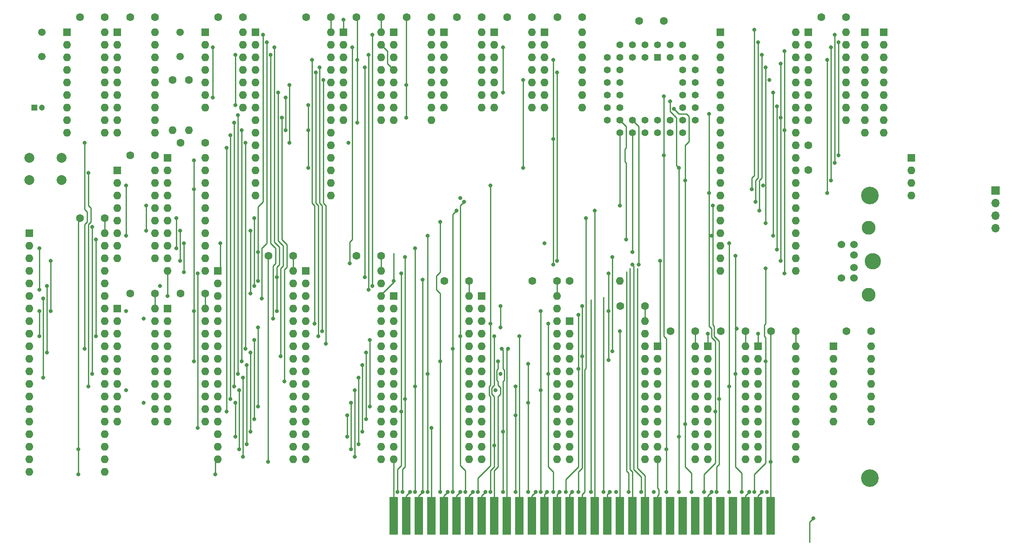
<source format=gbr>
G04 #@! TF.GenerationSoftware,KiCad,Pcbnew,(5.1.8)-1*
G04 #@! TF.CreationDate,2024-04-24T09:04:01-06:00*
G04 #@! TF.ProjectId,8088 PCB,38303838-2050-4434-922e-6b696361645f,rev?*
G04 #@! TF.SameCoordinates,Original*
G04 #@! TF.FileFunction,Copper,L6,Bot*
G04 #@! TF.FilePolarity,Positive*
%FSLAX46Y46*%
G04 Gerber Fmt 4.6, Leading zero omitted, Abs format (unit mm)*
G04 Created by KiCad (PCBNEW (5.1.8)-1) date 2024-04-24 09:04:01*
%MOMM*%
%LPD*%
G01*
G04 APERTURE LIST*
G04 #@! TA.AperFunction,ComponentPad*
%ADD10O,1.600000X1.600000*%
G04 #@! TD*
G04 #@! TA.AperFunction,ComponentPad*
%ADD11R,1.600000X1.600000*%
G04 #@! TD*
G04 #@! TA.AperFunction,ComponentPad*
%ADD12C,1.600000*%
G04 #@! TD*
G04 #@! TA.AperFunction,ComponentPad*
%ADD13O,1.700000X1.700000*%
G04 #@! TD*
G04 #@! TA.AperFunction,ComponentPad*
%ADD14R,1.700000X1.700000*%
G04 #@! TD*
G04 #@! TA.AperFunction,ConnectorPad*
%ADD15R,1.780000X7.620000*%
G04 #@! TD*
G04 #@! TA.AperFunction,ComponentPad*
%ADD16C,1.500000*%
G04 #@! TD*
G04 #@! TA.AperFunction,ComponentPad*
%ADD17C,1.422400*%
G04 #@! TD*
G04 #@! TA.AperFunction,ComponentPad*
%ADD18R,1.422400X1.422400*%
G04 #@! TD*
G04 #@! TA.AperFunction,ComponentPad*
%ADD19C,2.000000*%
G04 #@! TD*
G04 #@! TA.AperFunction,ComponentPad*
%ADD20C,1.200000*%
G04 #@! TD*
G04 #@! TA.AperFunction,ComponentPad*
%ADD21R,1.200000X1.200000*%
G04 #@! TD*
G04 #@! TA.AperFunction,ComponentPad*
%ADD22C,3.556000*%
G04 #@! TD*
G04 #@! TA.AperFunction,ComponentPad*
%ADD23C,2.794000*%
G04 #@! TD*
G04 #@! TA.AperFunction,ComponentPad*
%ADD24C,3.302000*%
G04 #@! TD*
G04 #@! TA.AperFunction,ComponentPad*
%ADD25C,1.524000*%
G04 #@! TD*
G04 #@! TA.AperFunction,ViaPad*
%ADD26C,0.800000*%
G04 #@! TD*
G04 #@! TA.AperFunction,Conductor*
%ADD27C,0.250000*%
G04 #@! TD*
G04 APERTURE END LIST*
D10*
G04 #@! TO.P,R17,9*
G04 #@! TO.N,Net-(R17-Pad9)*
X229870000Y-63500000D03*
G04 #@! TO.P,R17,8*
G04 #@! TO.N,Net-(R17-Pad8)*
X229870000Y-60960000D03*
G04 #@! TO.P,R17,7*
G04 #@! TO.N,/NMI*
X229870000Y-58420000D03*
G04 #@! TO.P,R17,6*
G04 #@! TO.N,/HOLD*
X229870000Y-55880000D03*
G04 #@! TO.P,R17,5*
G04 #@! TO.N,/DRQ3*
X229870000Y-53340000D03*
G04 #@! TO.P,R17,4*
G04 #@! TO.N,/DRQ2*
X229870000Y-50800000D03*
G04 #@! TO.P,R17,3*
G04 #@! TO.N,/DRQ1*
X229870000Y-48260000D03*
G04 #@! TO.P,R17,2*
G04 #@! TO.N,/DRQ0*
X229870000Y-45720000D03*
D11*
G04 #@! TO.P,R17,1*
G04 #@! TO.N,/GND*
X229870000Y-43180000D03*
G04 #@! TD*
D10*
G04 #@! TO.P,R16,9*
G04 #@! TO.N,/DACK3*
X233680000Y-63500000D03*
G04 #@! TO.P,R16,8*
G04 #@! TO.N,/DACK2*
X233680000Y-60960000D03*
G04 #@! TO.P,R16,7*
G04 #@! TO.N,/DACK1*
X233680000Y-58420000D03*
G04 #@! TO.P,R16,6*
G04 #@! TO.N,/REFRQ*
X233680000Y-55880000D03*
G04 #@! TO.P,R16,5*
G04 #@! TO.N,/IORD*
X233680000Y-53340000D03*
G04 #@! TO.P,R16,4*
G04 #@! TO.N,/IOWR*
X233680000Y-50800000D03*
G04 #@! TO.P,R16,3*
G04 #@! TO.N,/MRD*
X233680000Y-48260000D03*
G04 #@! TO.P,R16,2*
G04 #@! TO.N,/MWR*
X233680000Y-45720000D03*
D11*
G04 #@! TO.P,R16,1*
G04 #@! TO.N,/5+*
X233680000Y-43180000D03*
G04 #@! TD*
D10*
G04 #@! TO.P,R13,2*
G04 #@! TO.N,/SPK_PIN*
X180340000Y-93472000D03*
D12*
G04 #@! TO.P,R13,1*
G04 #@! TO.N,/SPK_PIN_O*
X170180000Y-93472000D03*
G04 #@! TD*
D13*
G04 #@! TO.P,J3,4*
G04 #@! TO.N,/5+*
X256286000Y-82804000D03*
G04 #@! TO.P,J3,3*
G04 #@! TO.N,/GND*
X256286000Y-80264000D03*
G04 #@! TO.P,J3,2*
G04 #@! TO.N,Net-(J3-Pad2)*
X256286000Y-77724000D03*
D14*
G04 #@! TO.P,J3,1*
G04 #@! TO.N,/SPK_PIN_O*
X256286000Y-75184000D03*
G04 #@! TD*
D10*
G04 #@! TO.P,R7,4*
G04 #@! TO.N,/CH_CK*
X239268000Y-76200000D03*
G04 #@! TO.P,R7,3*
G04 #@! TO.N,/T1*
X239268000Y-73660000D03*
G04 #@! TO.P,R7,2*
G04 #@! TO.N,/TO*
X239268000Y-71120000D03*
D11*
G04 #@! TO.P,R7,1*
G04 #@! TO.N,/5+*
X239268000Y-68580000D03*
G04 #@! TD*
D10*
G04 #@! TO.P,R2,2*
G04 #@! TO.N,/GND*
X93218000Y-62992000D03*
D12*
G04 #@! TO.P,R2,1*
G04 #@! TO.N,/X2*
X93218000Y-52832000D03*
G04 #@! TD*
D10*
G04 #@! TO.P,R1,2*
G04 #@! TO.N,/GND*
X89916000Y-62992000D03*
D12*
G04 #@! TO.P,R1,1*
G04 #@! TO.N,/X1*
X89916000Y-52832000D03*
G04 #@! TD*
G04 #@! TO.P,C26,2*
G04 #@! TO.N,/GND*
X157560000Y-40132000D03*
G04 #@! TO.P,C26,1*
G04 #@! TO.N,/5+*
X162560000Y-40132000D03*
G04 #@! TD*
G04 #@! TO.P,C25,2*
G04 #@! TO.N,/GND*
X147400000Y-40132000D03*
G04 #@! TO.P,C25,1*
G04 #@! TO.N,/5+*
X152400000Y-40132000D03*
G04 #@! TD*
G04 #@! TO.P,C24,2*
G04 #@! TO.N,/GND*
X200740000Y-103632000D03*
G04 #@! TO.P,C24,1*
G04 #@! TO.N,/5+*
X205740000Y-103632000D03*
G04 #@! TD*
G04 #@! TO.P,C23,2*
G04 #@! TO.N,/GND*
X210900000Y-103632000D03*
G04 #@! TO.P,C23,1*
G04 #@! TO.N,/5+*
X215900000Y-103632000D03*
G04 #@! TD*
G04 #@! TO.P,C22,2*
G04 #@! TO.N,/GND*
X81360000Y-40132000D03*
G04 #@! TO.P,C22,1*
G04 #@! TO.N,/5+*
X86360000Y-40132000D03*
G04 #@! TD*
G04 #@! TO.P,C21,2*
G04 #@! TO.N,/GND*
X167720000Y-40132000D03*
G04 #@! TO.P,C21,1*
G04 #@! TO.N,/5+*
X172720000Y-40132000D03*
G04 #@! TD*
G04 #@! TO.P,C20,2*
G04 #@! TO.N,/GND*
X226140000Y-103632000D03*
G04 #@! TO.P,C20,1*
G04 #@! TO.N,/5+*
X231140000Y-103632000D03*
G04 #@! TD*
G04 #@! TO.P,C19,2*
G04 #@! TO.N,/GND*
X184230000Y-40894000D03*
G04 #@! TO.P,C19,1*
G04 #@! TO.N,/5+*
X189230000Y-40894000D03*
G04 #@! TD*
G04 #@! TO.P,C18,2*
G04 #@! TO.N,/GND*
X99140000Y-40132000D03*
G04 #@! TO.P,C18,1*
G04 #@! TO.N,/5+*
X104140000Y-40132000D03*
G04 #@! TD*
G04 #@! TO.P,C17,2*
G04 #@! TO.N,/GND*
X71200000Y-40132000D03*
G04 #@! TO.P,C17,1*
G04 #@! TO.N,/5+*
X76200000Y-40132000D03*
G04 #@! TD*
G04 #@! TO.P,C16,2*
G04 #@! TO.N,/GND*
X137240000Y-40132000D03*
G04 #@! TO.P,C16,1*
G04 #@! TO.N,/5+*
X142240000Y-40132000D03*
G04 #@! TD*
G04 #@! TO.P,C15,2*
G04 #@! TO.N,/GND*
X144860000Y-93472000D03*
G04 #@! TO.P,C15,1*
G04 #@! TO.N,/5+*
X149860000Y-93472000D03*
G04 #@! TD*
G04 #@! TO.P,C14,2*
G04 #@! TO.N,/GND*
X127080000Y-88392000D03*
G04 #@! TO.P,C14,1*
G04 #@! TO.N,/5+*
X132080000Y-88392000D03*
G04 #@! TD*
G04 #@! TO.P,C13,2*
G04 #@! TO.N,/GND*
X109300000Y-88392000D03*
G04 #@! TO.P,C13,1*
G04 #@! TO.N,/5+*
X114300000Y-88392000D03*
G04 #@! TD*
G04 #@! TO.P,C12,2*
G04 #@! TO.N,/GND*
X127080000Y-40132000D03*
G04 #@! TO.P,C12,1*
G04 #@! TO.N,/5+*
X132080000Y-40132000D03*
G04 #@! TD*
G04 #@! TO.P,C11,2*
G04 #@! TO.N,/GND*
X190580000Y-103632000D03*
G04 #@! TO.P,C11,1*
G04 #@! TO.N,/5+*
X195580000Y-103632000D03*
G04 #@! TD*
G04 #@! TO.P,C10,2*
G04 #@! TO.N,/GND*
X218440000Y-71040000D03*
G04 #@! TO.P,C10,1*
G04 #@! TO.N,/5+*
X218440000Y-66040000D03*
G04 #@! TD*
G04 #@! TO.P,C9,2*
G04 #@! TO.N,/GND*
X116920000Y-40132000D03*
G04 #@! TO.P,C9,1*
G04 #@! TO.N,/5+*
X121920000Y-40132000D03*
G04 #@! TD*
G04 #@! TO.P,C8,2*
G04 #@! TO.N,/GND*
X81360000Y-68072000D03*
G04 #@! TO.P,C8,1*
G04 #@! TO.N,/5+*
X86360000Y-68072000D03*
G04 #@! TD*
G04 #@! TO.P,C7,2*
G04 #@! TO.N,/GND*
X221060000Y-40132000D03*
G04 #@! TO.P,C7,1*
G04 #@! TO.N,/5+*
X226060000Y-40132000D03*
G04 #@! TD*
G04 #@! TO.P,C6,2*
G04 #@! TO.N,/GND*
X162640000Y-93472000D03*
G04 #@! TO.P,C6,1*
G04 #@! TO.N,/5+*
X167640000Y-93472000D03*
G04 #@! TD*
G04 #@! TO.P,C5,2*
G04 #@! TO.N,/GND*
X180420000Y-98552000D03*
G04 #@! TO.P,C5,1*
G04 #@! TO.N,/5+*
X185420000Y-98552000D03*
G04 #@! TD*
G04 #@! TO.P,C4,2*
G04 #@! TO.N,/GND*
X81360000Y-96012000D03*
G04 #@! TO.P,C4,1*
G04 #@! TO.N,/5+*
X86360000Y-96012000D03*
G04 #@! TD*
G04 #@! TO.P,C3,2*
G04 #@! TO.N,/GND*
X91520000Y-65532000D03*
G04 #@! TO.P,C3,1*
G04 #@! TO.N,/5+*
X96520000Y-65532000D03*
G04 #@! TD*
G04 #@! TO.P,C2,2*
G04 #@! TO.N,/GND*
X91520000Y-96012000D03*
G04 #@! TO.P,C2,1*
G04 #@! TO.N,/5+*
X96520000Y-96012000D03*
G04 #@! TD*
G04 #@! TO.P,C1,2*
G04 #@! TO.N,/GND*
X71200000Y-80772000D03*
G04 #@! TO.P,C1,1*
G04 #@! TO.N,/5+*
X76200000Y-80772000D03*
G04 #@! TD*
D15*
G04 #@! TO.P,J1,31*
G04 #@! TO.N,/GND*
X134620000Y-140970000D03*
G04 #@! TO.P,J1,30*
G04 #@! TO.N,/OSC88*
X137160000Y-140970000D03*
G04 #@! TO.P,J1,29*
G04 #@! TO.N,/5+*
X139700000Y-140970000D03*
G04 #@! TO.P,J1,28*
G04 #@! TO.N,/ALE*
X142240000Y-140970000D03*
G04 #@! TO.P,J1,27*
G04 #@! TO.N,/TC*
X144780000Y-140970000D03*
G04 #@! TO.P,J1,26*
G04 #@! TO.N,/DACK2*
X147320000Y-140970000D03*
G04 #@! TO.P,J1,25*
G04 #@! TO.N,/IRQ3*
X149860000Y-140970000D03*
G04 #@! TO.P,J1,24*
G04 #@! TO.N,/IRQ4*
X152400000Y-140970000D03*
G04 #@! TO.P,J1,23*
G04 #@! TO.N,/IRQ5*
X154940000Y-140970000D03*
G04 #@! TO.P,J1,22*
G04 #@! TO.N,/IRQ6*
X157480000Y-140970000D03*
G04 #@! TO.P,J1,21*
G04 #@! TO.N,/IRQ7*
X160020000Y-140970000D03*
G04 #@! TO.P,J1,20*
G04 #@! TO.N,/CLK88*
X162560000Y-140970000D03*
G04 #@! TO.P,J1,19*
G04 #@! TO.N,/REFRQ*
X165100000Y-140970000D03*
G04 #@! TO.P,J1,18*
G04 #@! TO.N,/DRQ1*
X167640000Y-140970000D03*
G04 #@! TO.P,J1,17*
G04 #@! TO.N,/DACK1*
X170180000Y-140970000D03*
G04 #@! TO.P,J1,16*
G04 #@! TO.N,/DRQ3*
X172720000Y-140970000D03*
G04 #@! TO.P,J1,15*
G04 #@! TO.N,/DACK3*
X175260000Y-140970000D03*
G04 #@! TO.P,J1,14*
G04 #@! TO.N,/IORD*
X177800000Y-140970000D03*
G04 #@! TO.P,J1,13*
G04 #@! TO.N,/IOWR*
X180340000Y-140970000D03*
G04 #@! TO.P,J1,12*
G04 #@! TO.N,/MRD*
X182880000Y-140970000D03*
G04 #@! TO.P,J1,11*
G04 #@! TO.N,/MWR*
X185420000Y-140970000D03*
G04 #@! TO.P,J1,10*
G04 #@! TO.N,/GND*
X187960000Y-140970000D03*
G04 #@! TO.P,J1,9*
G04 #@! TO.N,/12+*
X190500000Y-140970000D03*
G04 #@! TO.P,J1,8*
G04 #@! TO.N,Net-(J1-Pad8)*
X193040000Y-140970000D03*
G04 #@! TO.P,J1,7*
G04 #@! TO.N,/12-*
X195580000Y-140970000D03*
G04 #@! TO.P,J1,6*
G04 #@! TO.N,/DRQ2*
X198120000Y-140970000D03*
G04 #@! TO.P,J1,5*
G04 #@! TO.N,/5-*
X200660000Y-140970000D03*
G04 #@! TO.P,J1,4*
G04 #@! TO.N,/IRQ2*
X203200000Y-140970000D03*
G04 #@! TO.P,J1,3*
G04 #@! TO.N,/5+*
X205740000Y-140970000D03*
G04 #@! TO.P,J1,2*
G04 #@! TO.N,/RESOUT*
X208280000Y-140970000D03*
G04 #@! TO.P,J1,1*
G04 #@! TO.N,/GND*
X210820000Y-140970000D03*
G04 #@! TD*
D16*
G04 #@! TO.P,Y2,2*
G04 #@! TO.N,/X1A*
X63500000Y-43180000D03*
G04 #@! TO.P,Y2,1*
G04 #@! TO.N,/X2A*
X63500000Y-48080000D03*
G04 #@! TD*
G04 #@! TO.P,Y1,2*
G04 #@! TO.N,/X1*
X91440000Y-43180000D03*
G04 #@! TO.P,Y1,1*
G04 #@! TO.N,/X2*
X91440000Y-48080000D03*
G04 #@! TD*
D10*
G04 #@! TO.P,U26,14*
G04 #@! TO.N,/5+*
X162560000Y-43180000D03*
G04 #@! TO.P,U26,7*
G04 #@! TO.N,/GND*
X154940000Y-58420000D03*
G04 #@! TO.P,U26,13*
G04 #@! TO.N,N/C*
X162560000Y-45720000D03*
G04 #@! TO.P,U26,6*
G04 #@! TO.N,/CS_61_RD*
X154940000Y-55880000D03*
G04 #@! TO.P,U26,12*
G04 #@! TO.N,N/C*
X162560000Y-48260000D03*
G04 #@! TO.P,U26,5*
G04 #@! TO.N,/IORD*
X154940000Y-53340000D03*
G04 #@! TO.P,U26,11*
G04 #@! TO.N,N/C*
X162560000Y-50800000D03*
G04 #@! TO.P,U26,4*
G04 #@! TO.N,/61_CS*
X154940000Y-50800000D03*
G04 #@! TO.P,U26,10*
G04 #@! TO.N,/80_CS*
X162560000Y-53340000D03*
G04 #@! TO.P,U26,3*
G04 #@! TO.N,/CS_61_WR*
X154940000Y-48260000D03*
G04 #@! TO.P,U26,9*
G04 #@! TO.N,/IOWR*
X162560000Y-55880000D03*
G04 #@! TO.P,U26,2*
X154940000Y-45720000D03*
G04 #@! TO.P,U26,8*
G04 #@! TO.N,/760_WR*
X162560000Y-58420000D03*
D11*
G04 #@! TO.P,U26,1*
G04 #@! TO.N,/61_CS*
X154940000Y-43180000D03*
G04 #@! TD*
D10*
G04 #@! TO.P,U25,14*
G04 #@! TO.N,/5+*
X152400000Y-43180000D03*
G04 #@! TO.P,U25,7*
G04 #@! TO.N,/GND*
X144780000Y-58420000D03*
G04 #@! TO.P,U25,13*
G04 #@! TO.N,N/C*
X152400000Y-45720000D03*
G04 #@! TO.P,U25,6*
G04 #@! TO.N,/SPK_PIN*
X144780000Y-55880000D03*
G04 #@! TO.P,U25,12*
G04 #@! TO.N,N/C*
X152400000Y-48260000D03*
G04 #@! TO.P,U25,5*
G04 #@! TO.N,/SPK_OUT*
X144780000Y-53340000D03*
G04 #@! TO.P,U25,11*
G04 #@! TO.N,N/C*
X152400000Y-50800000D03*
G04 #@! TO.P,U25,4*
G04 #@! TO.N,/SPK_EN*
X144780000Y-50800000D03*
G04 #@! TO.P,U25,10*
G04 #@! TO.N,N/C*
X152400000Y-53340000D03*
G04 #@! TO.P,U25,3*
G04 #@! TO.N,/NMI*
X144780000Y-48260000D03*
G04 #@! TO.P,U25,9*
G04 #@! TO.N,N/C*
X152400000Y-55880000D03*
G04 #@! TO.P,U25,2*
G04 #@! TO.N,/CH_CK_*
X144780000Y-45720000D03*
G04 #@! TO.P,U25,8*
G04 #@! TO.N,N/C*
X152400000Y-58420000D03*
D11*
G04 #@! TO.P,U25,1*
G04 #@! TO.N,/NMI_EN*
X144780000Y-43180000D03*
G04 #@! TD*
D10*
G04 #@! TO.P,U24,20*
G04 #@! TO.N,/5+*
X205740000Y-106680000D03*
G04 #@! TO.P,U24,10*
G04 #@! TO.N,/GND*
X198120000Y-129540000D03*
G04 #@! TO.P,U24,19*
G04 #@! TO.N,/PORT_61_7*
X205740000Y-109220000D03*
G04 #@! TO.P,U24,9*
G04 #@! TO.N,/D0*
X198120000Y-127000000D03*
G04 #@! TO.P,U24,18*
G04 #@! TO.N,/PORT_61_6*
X205740000Y-111760000D03*
G04 #@! TO.P,U24,8*
G04 #@! TO.N,/D1*
X198120000Y-124460000D03*
G04 #@! TO.P,U24,17*
G04 #@! TO.N,/NMI_EN*
X205740000Y-114300000D03*
G04 #@! TO.P,U24,7*
G04 #@! TO.N,/D2*
X198120000Y-121920000D03*
G04 #@! TO.P,U24,16*
G04 #@! TO.N,/PORT_61_4*
X205740000Y-116840000D03*
G04 #@! TO.P,U24,6*
G04 #@! TO.N,/D3*
X198120000Y-119380000D03*
G04 #@! TO.P,U24,15*
G04 #@! TO.N,/PORT_61_3*
X205740000Y-119380000D03*
G04 #@! TO.P,U24,5*
G04 #@! TO.N,/D4*
X198120000Y-116840000D03*
G04 #@! TO.P,U24,14*
G04 #@! TO.N,/PORT_61_2*
X205740000Y-121920000D03*
G04 #@! TO.P,U24,4*
G04 #@! TO.N,/D5*
X198120000Y-114300000D03*
G04 #@! TO.P,U24,13*
G04 #@! TO.N,/SPK_EN*
X205740000Y-124460000D03*
G04 #@! TO.P,U24,3*
G04 #@! TO.N,/D6*
X198120000Y-111760000D03*
G04 #@! TO.P,U24,12*
G04 #@! TO.N,/SPK_GO*
X205740000Y-127000000D03*
G04 #@! TO.P,U24,2*
G04 #@! TO.N,/D7*
X198120000Y-109220000D03*
G04 #@! TO.P,U24,11*
G04 #@! TO.N,/CS_61_WR_*
X205740000Y-129540000D03*
D11*
G04 #@! TO.P,U24,1*
G04 #@! TO.N,/GND*
X198120000Y-106680000D03*
G04 #@! TD*
D10*
G04 #@! TO.P,U23,20*
G04 #@! TO.N,/5+*
X215900000Y-106680000D03*
G04 #@! TO.P,U23,10*
G04 #@! TO.N,/GND*
X208280000Y-129540000D03*
G04 #@! TO.P,U23,19*
G04 #@! TO.N,/CS_61_RD*
X215900000Y-109220000D03*
G04 #@! TO.P,U23,9*
G04 #@! TO.N,/D0*
X208280000Y-127000000D03*
G04 #@! TO.P,U23,18*
G04 #@! TO.N,/PORT_61_7*
X215900000Y-111760000D03*
G04 #@! TO.P,U23,8*
G04 #@! TO.N,/D1*
X208280000Y-124460000D03*
G04 #@! TO.P,U23,17*
G04 #@! TO.N,/PORT_61_6*
X215900000Y-114300000D03*
G04 #@! TO.P,U23,7*
G04 #@! TO.N,/D2*
X208280000Y-121920000D03*
G04 #@! TO.P,U23,16*
G04 #@! TO.N,/NMI_EN*
X215900000Y-116840000D03*
G04 #@! TO.P,U23,6*
G04 #@! TO.N,/D3*
X208280000Y-119380000D03*
G04 #@! TO.P,U23,15*
G04 #@! TO.N,/PORT_61_4*
X215900000Y-119380000D03*
G04 #@! TO.P,U23,5*
G04 #@! TO.N,/D4*
X208280000Y-116840000D03*
G04 #@! TO.P,U23,14*
G04 #@! TO.N,/PORT_61_3*
X215900000Y-121920000D03*
G04 #@! TO.P,U23,4*
G04 #@! TO.N,/D5*
X208280000Y-114300000D03*
G04 #@! TO.P,U23,13*
G04 #@! TO.N,/PORT_61_2*
X215900000Y-124460000D03*
G04 #@! TO.P,U23,3*
G04 #@! TO.N,/D6*
X208280000Y-111760000D03*
G04 #@! TO.P,U23,12*
G04 #@! TO.N,/SPK_EN*
X215900000Y-127000000D03*
G04 #@! TO.P,U23,2*
G04 #@! TO.N,/D7*
X208280000Y-109220000D03*
G04 #@! TO.P,U23,11*
G04 #@! TO.N,/SPK_GO*
X215900000Y-129540000D03*
D11*
G04 #@! TO.P,U23,1*
G04 #@! TO.N,/GND*
X208280000Y-106680000D03*
G04 #@! TD*
D10*
G04 #@! TO.P,U22,18*
G04 #@! TO.N,/5+*
X86360000Y-43180000D03*
G04 #@! TO.P,U22,9*
G04 #@! TO.N,/GND*
X78740000Y-63500000D03*
G04 #@! TO.P,U22,17*
G04 #@! TO.N,/X1A*
X86360000Y-45720000D03*
G04 #@! TO.P,U22,8*
G04 #@! TO.N,/CLK1*
X78740000Y-60960000D03*
G04 #@! TO.P,U22,16*
G04 #@! TO.N,/X2A*
X86360000Y-48260000D03*
G04 #@! TO.P,U22,7*
G04 #@! TO.N,/5+*
X78740000Y-58420000D03*
G04 #@! TO.P,U22,15*
G04 #@! TO.N,/GND*
X86360000Y-50800000D03*
G04 #@! TO.P,U22,6*
X78740000Y-55880000D03*
G04 #@! TO.P,U22,14*
G04 #@! TO.N,Net-(U22-Pad14)*
X86360000Y-53340000D03*
G04 #@! TO.P,U22,5*
G04 #@! TO.N,/READY1*
X78740000Y-53340000D03*
G04 #@! TO.P,U22,13*
G04 #@! TO.N,/GND*
X86360000Y-55880000D03*
G04 #@! TO.P,U22,4*
G04 #@! TO.N,/RDY1*
X78740000Y-50800000D03*
G04 #@! TO.P,U22,12*
G04 #@! TO.N,Net-(U22-Pad12)*
X86360000Y-58420000D03*
G04 #@! TO.P,U22,3*
G04 #@! TO.N,/GND*
X78740000Y-48260000D03*
G04 #@! TO.P,U22,11*
G04 #@! TO.N,/RESET*
X86360000Y-60960000D03*
G04 #@! TO.P,U22,2*
G04 #@! TO.N,Net-(U22-Pad2)*
X78740000Y-45720000D03*
G04 #@! TO.P,U22,10*
G04 #@! TO.N,/RESET1*
X86360000Y-63500000D03*
D11*
G04 #@! TO.P,U22,1*
G04 #@! TO.N,/GND*
X78740000Y-43180000D03*
G04 #@! TD*
D10*
G04 #@! TO.P,U21,14*
G04 #@! TO.N,/5+*
X172720000Y-43180000D03*
G04 #@! TO.P,U21,7*
G04 #@! TO.N,/GND*
X165100000Y-58420000D03*
G04 #@! TO.P,U21,13*
G04 #@! TO.N,N/C*
X172720000Y-45720000D03*
G04 #@! TO.P,U21,6*
G04 #@! TO.N,/TC*
X165100000Y-55880000D03*
G04 #@! TO.P,U21,12*
G04 #@! TO.N,N/C*
X172720000Y-48260000D03*
G04 #@! TO.P,U21,5*
G04 #@! TO.N,/EOP*
X165100000Y-53340000D03*
G04 #@! TO.P,U21,11*
G04 #@! TO.N,/CH_CK*
X172720000Y-50800000D03*
G04 #@! TO.P,U21,4*
G04 #@! TO.N,/AEN_OE*
X165100000Y-50800000D03*
G04 #@! TO.P,U21,10*
G04 #@! TO.N,/CH_CK_*
X172720000Y-53340000D03*
G04 #@! TO.P,U21,3*
G04 #@! TO.N,/AEN*
X165100000Y-48260000D03*
G04 #@! TO.P,U21,9*
G04 #@! TO.N,/CS_61_WR*
X172720000Y-55880000D03*
G04 #@! TO.P,U21,2*
G04 #@! TO.N,/KBD_CLK_INVERTED*
X165100000Y-45720000D03*
G04 #@! TO.P,U21,8*
G04 #@! TO.N,/CS_61_WR_*
X172720000Y-58420000D03*
D11*
G04 #@! TO.P,U21,1*
G04 #@! TO.N,/KBD_CLK*
X165100000Y-43180000D03*
G04 #@! TD*
D10*
G04 #@! TO.P,U20,14*
G04 #@! TO.N,/5+*
X231140000Y-106680000D03*
G04 #@! TO.P,U20,7*
G04 #@! TO.N,/GND*
X223520000Y-121920000D03*
G04 #@! TO.P,U20,13*
G04 #@! TO.N,N/C*
X231140000Y-109220000D03*
G04 #@! TO.P,U20,6*
X223520000Y-119380000D03*
G04 #@! TO.P,U20,12*
X231140000Y-111760000D03*
G04 #@! TO.P,U20,5*
X223520000Y-116840000D03*
G04 #@! TO.P,U20,11*
X231140000Y-114300000D03*
G04 #@! TO.P,U20,4*
G04 #@! TO.N,/T1*
X223520000Y-114300000D03*
G04 #@! TO.P,U20,10*
G04 #@! TO.N,N/C*
X231140000Y-116840000D03*
G04 #@! TO.P,U20,3*
G04 #@! TO.N,/KBD_DATA*
X223520000Y-111760000D03*
G04 #@! TO.P,U20,9*
G04 #@! TO.N,N/C*
X231140000Y-119380000D03*
G04 #@! TO.P,U20,2*
G04 #@! TO.N,/T0*
X223520000Y-109220000D03*
G04 #@! TO.P,U20,8*
G04 #@! TO.N,N/C*
X231140000Y-121920000D03*
D11*
G04 #@! TO.P,U20,1*
G04 #@! TO.N,Net-(U20-Pad1)*
X223520000Y-106680000D03*
G04 #@! TD*
D17*
G04 #@! TO.P,U19,39*
G04 #@! TO.N,/IRQ1*
X195580000Y-48260000D03*
G04 #@! TO.P,U19,37*
G04 #@! TO.N,Net-(U19-Pad37)*
X195580000Y-50800000D03*
G04 #@! TO.P,U19,35*
G04 #@! TO.N,Net-(U19-Pad35)*
X195580000Y-53340000D03*
G04 #@! TO.P,U19,33*
G04 #@! TO.N,Net-(U19-Pad33)*
X195580000Y-55880000D03*
G04 #@! TO.P,U19,31*
G04 #@! TO.N,Net-(U19-Pad31)*
X195580000Y-58420000D03*
G04 #@! TO.P,U19,40*
G04 #@! TO.N,Net-(U19-Pad40)*
X193040000Y-45720000D03*
G04 #@! TO.P,U19,38*
G04 #@! TO.N,/5+*
X193040000Y-50800000D03*
G04 #@! TO.P,U19,36*
G04 #@! TO.N,Net-(U19-Pad36)*
X193040000Y-53340000D03*
G04 #@! TO.P,U19,34*
G04 #@! TO.N,Net-(U19-Pad34)*
X193040000Y-55880000D03*
G04 #@! TO.P,U19,32*
G04 #@! TO.N,Net-(U19-Pad32)*
X193040000Y-58420000D03*
G04 #@! TO.P,U19,30*
G04 #@! TO.N,Net-(U19-Pad30)*
X193040000Y-60960000D03*
G04 #@! TO.P,U19,28*
G04 #@! TO.N,Net-(U19-Pad28)*
X193040000Y-63500000D03*
G04 #@! TO.P,U19,26*
G04 #@! TO.N,Net-(U19-Pad26)*
X190500000Y-63500000D03*
G04 #@! TO.P,U19,24*
G04 #@! TO.N,Net-(U19-Pad24)*
X187960000Y-63500000D03*
G04 #@! TO.P,U19,22*
G04 #@! TO.N,/GND*
X185420000Y-63500000D03*
G04 #@! TO.P,U19,20*
G04 #@! TO.N,/D6*
X182880000Y-63500000D03*
G04 #@! TO.P,U19,18*
G04 #@! TO.N,/D4*
X180340000Y-63500000D03*
G04 #@! TO.P,U19,29*
G04 #@! TO.N,Net-(U19-Pad29)*
X195580000Y-60960000D03*
G04 #@! TO.P,U19,27*
G04 #@! TO.N,Net-(U19-Pad27)*
X190500000Y-60960000D03*
G04 #@! TO.P,U19,25*
G04 #@! TO.N,Net-(U19-Pad25)*
X187960000Y-60960000D03*
G04 #@! TO.P,U19,23*
G04 #@! TO.N,Net-(U19-Pad23)*
X185420000Y-60960000D03*
G04 #@! TO.P,U19,21*
G04 #@! TO.N,/D7*
X182880000Y-60960000D03*
G04 #@! TO.P,U19,19*
G04 #@! TO.N,/D5*
X180340000Y-60960000D03*
G04 #@! TO.P,U19,17*
G04 #@! TO.N,/D3*
X177800000Y-60960000D03*
G04 #@! TO.P,U19,15*
G04 #@! TO.N,/D1*
X177800000Y-58420000D03*
G04 #@! TO.P,U19,13*
G04 #@! TO.N,Net-(U19-Pad13)*
X177800000Y-55880000D03*
G04 #@! TO.P,U19,11*
G04 #@! TO.N,/IOWR*
X177800000Y-53340000D03*
G04 #@! TO.P,U19,9*
G04 #@! TO.N,/IORD*
X177800000Y-50800000D03*
G04 #@! TO.P,U19,7*
G04 #@! TO.N,/60_CS*
X177800000Y-48260000D03*
G04 #@! TO.P,U19,16*
G04 #@! TO.N,/D2*
X180340000Y-58420000D03*
G04 #@! TO.P,U19,14*
G04 #@! TO.N,/D0*
X180340000Y-55880000D03*
G04 #@! TO.P,U19,12*
G04 #@! TO.N,Net-(U19-Pad12)*
X180340000Y-53340000D03*
G04 #@! TO.P,U19,10*
G04 #@! TO.N,/A2*
X180340000Y-50800000D03*
G04 #@! TO.P,U19,8*
G04 #@! TO.N,/GND*
X180340000Y-48260000D03*
G04 #@! TO.P,U19,42*
G04 #@! TO.N,/KBD_DATA*
X190500000Y-45720000D03*
G04 #@! TO.P,U19,44*
G04 #@! TO.N,/5+*
X187960000Y-45720000D03*
G04 #@! TO.P,U19,6*
G04 #@! TO.N,Net-(U19-Pad6)*
X180340000Y-45720000D03*
G04 #@! TO.P,U19,4*
G04 #@! TO.N,Net-(U19-Pad4)*
X182880000Y-45720000D03*
G04 #@! TO.P,U19,2*
G04 #@! TO.N,/T0*
X185420000Y-45720000D03*
G04 #@! TO.P,U19,41*
G04 #@! TO.N,/KBD_CLK*
X193040000Y-48260000D03*
G04 #@! TO.P,U19,43*
G04 #@! TO.N,/T1*
X190500000Y-48260000D03*
G04 #@! TO.P,U19,5*
G04 #@! TO.N,/RESET*
X182880000Y-48260000D03*
G04 #@! TO.P,U19,3*
G04 #@! TO.N,/HF_OSC*
X185420000Y-48260000D03*
D18*
G04 #@! TO.P,U19,1*
G04 #@! TO.N,Net-(U19-Pad1)*
X187960000Y-48260000D03*
G04 #@! TD*
D10*
G04 #@! TO.P,U18,14*
G04 #@! TO.N,/5+*
X104140000Y-43180000D03*
G04 #@! TO.P,U18,7*
G04 #@! TO.N,/GND*
X96520000Y-58420000D03*
G04 #@! TO.P,U18,13*
G04 #@! TO.N,/5+*
X104140000Y-45720000D03*
G04 #@! TO.P,U18,6*
G04 #@! TO.N,/FB2*
X96520000Y-55880000D03*
G04 #@! TO.P,U18,12*
G04 #@! TO.N,/FB1*
X104140000Y-48260000D03*
G04 #@! TO.P,U18,5*
G04 #@! TO.N,/HF_PCLK*
X96520000Y-53340000D03*
G04 #@! TO.P,U18,11*
G04 #@! TO.N,/OSC88HF*
X104140000Y-50800000D03*
G04 #@! TO.P,U18,4*
G04 #@! TO.N,/5+*
X96520000Y-50800000D03*
G04 #@! TO.P,U18,10*
X104140000Y-53340000D03*
G04 #@! TO.P,U18,3*
G04 #@! TO.N,/PCLK88*
X96520000Y-48260000D03*
G04 #@! TO.P,U18,9*
G04 #@! TO.N,/HF_OSC*
X104140000Y-55880000D03*
G04 #@! TO.P,U18,2*
G04 #@! TO.N,/FB2*
X96520000Y-45720000D03*
G04 #@! TO.P,U18,8*
G04 #@! TO.N,/FB1*
X104140000Y-58420000D03*
D11*
G04 #@! TO.P,U18,1*
G04 #@! TO.N,/5+*
X96520000Y-43180000D03*
G04 #@! TD*
D10*
G04 #@! TO.P,U17,18*
G04 #@! TO.N,/5+*
X76200000Y-43180000D03*
G04 #@! TO.P,U17,9*
G04 #@! TO.N,/GND*
X68580000Y-63500000D03*
G04 #@! TO.P,U17,17*
G04 #@! TO.N,/X1*
X76200000Y-45720000D03*
G04 #@! TO.P,U17,8*
G04 #@! TO.N,/CLK*
X68580000Y-60960000D03*
G04 #@! TO.P,U17,16*
G04 #@! TO.N,/X2*
X76200000Y-48260000D03*
G04 #@! TO.P,U17,7*
G04 #@! TO.N,/5+*
X68580000Y-58420000D03*
G04 #@! TO.P,U17,15*
G04 #@! TO.N,/GND*
X76200000Y-50800000D03*
G04 #@! TO.P,U17,6*
X68580000Y-55880000D03*
G04 #@! TO.P,U17,14*
G04 #@! TO.N,Net-(U17-Pad14)*
X76200000Y-53340000D03*
G04 #@! TO.P,U17,5*
G04 #@! TO.N,/READY*
X68580000Y-53340000D03*
G04 #@! TO.P,U17,13*
G04 #@! TO.N,/GND*
X76200000Y-55880000D03*
G04 #@! TO.P,U17,4*
G04 #@! TO.N,/RDY1*
X68580000Y-50800000D03*
G04 #@! TO.P,U17,12*
G04 #@! TO.N,/OSC*
X76200000Y-58420000D03*
G04 #@! TO.P,U17,3*
G04 #@! TO.N,/GND*
X68580000Y-48260000D03*
G04 #@! TO.P,U17,11*
G04 #@! TO.N,/RESET*
X76200000Y-60960000D03*
G04 #@! TO.P,U17,2*
G04 #@! TO.N,/PCLK*
X68580000Y-45720000D03*
G04 #@! TO.P,U17,10*
G04 #@! TO.N,/RESOUT*
X76200000Y-63500000D03*
D11*
G04 #@! TO.P,U17,1*
G04 #@! TO.N,/GND*
X68580000Y-43180000D03*
G04 #@! TD*
D10*
G04 #@! TO.P,U16,16*
G04 #@! TO.N,/5+*
X142240000Y-43180000D03*
G04 #@! TO.P,U16,8*
G04 #@! TO.N,/GND*
X134620000Y-60960000D03*
G04 #@! TO.P,U16,15*
G04 #@! TO.N,Net-(U16-Pad15)*
X142240000Y-45720000D03*
G04 #@! TO.P,U16,7*
G04 #@! TO.N,/CS_ROM*
X134620000Y-58420000D03*
G04 #@! TO.P,U16,14*
G04 #@! TO.N,Net-(U16-Pad14)*
X142240000Y-48260000D03*
G04 #@! TO.P,U16,6*
G04 #@! TO.N,/5+*
X134620000Y-55880000D03*
G04 #@! TO.P,U16,13*
G04 #@! TO.N,Net-(U16-Pad13)*
X142240000Y-50800000D03*
G04 #@! TO.P,U16,5*
G04 #@! TO.N,/GND*
X134620000Y-53340000D03*
G04 #@! TO.P,U16,12*
G04 #@! TO.N,Net-(U16-Pad12)*
X142240000Y-53340000D03*
G04 #@! TO.P,U16,4*
G04 #@! TO.N,/UPPER_512K*
X134620000Y-50800000D03*
G04 #@! TO.P,U16,11*
G04 #@! TO.N,Net-(U16-Pad11)*
X142240000Y-55880000D03*
G04 #@! TO.P,U16,3*
G04 #@! TO.N,/A18*
X134620000Y-48260000D03*
G04 #@! TO.P,U16,10*
G04 #@! TO.N,Net-(U16-Pad10)*
X142240000Y-58420000D03*
G04 #@! TO.P,U16,2*
G04 #@! TO.N,/A17*
X134620000Y-45720000D03*
G04 #@! TO.P,U16,9*
G04 #@! TO.N,Net-(U16-Pad9)*
X142240000Y-60960000D03*
D11*
G04 #@! TO.P,U16,1*
G04 #@! TO.N,/A16*
X134620000Y-43180000D03*
G04 #@! TD*
D10*
G04 #@! TO.P,U15,28*
G04 #@! TO.N,/5+*
X149860000Y-96520000D03*
G04 #@! TO.P,U15,14*
G04 #@! TO.N,/GND*
X134620000Y-129540000D03*
G04 #@! TO.P,U15,27*
G04 #@! TO.N,/A14*
X149860000Y-99060000D03*
G04 #@! TO.P,U15,13*
G04 #@! TO.N,/D2*
X134620000Y-127000000D03*
G04 #@! TO.P,U15,26*
G04 #@! TO.N,/A13*
X149860000Y-101600000D03*
G04 #@! TO.P,U15,12*
G04 #@! TO.N,/D1*
X134620000Y-124460000D03*
G04 #@! TO.P,U15,25*
G04 #@! TO.N,/A8*
X149860000Y-104140000D03*
G04 #@! TO.P,U15,11*
G04 #@! TO.N,/D0*
X134620000Y-121920000D03*
G04 #@! TO.P,U15,24*
G04 #@! TO.N,/A9*
X149860000Y-106680000D03*
G04 #@! TO.P,U15,10*
G04 #@! TO.N,/A0*
X134620000Y-119380000D03*
G04 #@! TO.P,U15,23*
G04 #@! TO.N,/A11*
X149860000Y-109220000D03*
G04 #@! TO.P,U15,9*
G04 #@! TO.N,/A1*
X134620000Y-116840000D03*
G04 #@! TO.P,U15,22*
G04 #@! TO.N,/MRD*
X149860000Y-111760000D03*
G04 #@! TO.P,U15,8*
G04 #@! TO.N,/A2*
X134620000Y-114300000D03*
G04 #@! TO.P,U15,21*
G04 #@! TO.N,/A10*
X149860000Y-114300000D03*
G04 #@! TO.P,U15,7*
G04 #@! TO.N,/A3*
X134620000Y-111760000D03*
G04 #@! TO.P,U15,20*
G04 #@! TO.N,/CS_ROM*
X149860000Y-116840000D03*
G04 #@! TO.P,U15,6*
G04 #@! TO.N,/A4*
X134620000Y-109220000D03*
G04 #@! TO.P,U15,19*
G04 #@! TO.N,/D7*
X149860000Y-119380000D03*
G04 #@! TO.P,U15,5*
G04 #@! TO.N,/A5*
X134620000Y-106680000D03*
G04 #@! TO.P,U15,18*
G04 #@! TO.N,/D6*
X149860000Y-121920000D03*
G04 #@! TO.P,U15,4*
G04 #@! TO.N,/A6*
X134620000Y-104140000D03*
G04 #@! TO.P,U15,17*
G04 #@! TO.N,/D5*
X149860000Y-124460000D03*
G04 #@! TO.P,U15,3*
G04 #@! TO.N,/A7*
X134620000Y-101600000D03*
G04 #@! TO.P,U15,16*
G04 #@! TO.N,/D4*
X149860000Y-127000000D03*
G04 #@! TO.P,U15,2*
G04 #@! TO.N,/A12*
X134620000Y-99060000D03*
G04 #@! TO.P,U15,15*
G04 #@! TO.N,/D3*
X149860000Y-129540000D03*
D11*
G04 #@! TO.P,U15,1*
G04 #@! TO.N,/A15*
X134620000Y-96520000D03*
G04 #@! TD*
D10*
G04 #@! TO.P,U14,32*
G04 #@! TO.N,/5+*
X132080000Y-91440000D03*
G04 #@! TO.P,U14,16*
G04 #@! TO.N,/GND*
X116840000Y-129540000D03*
G04 #@! TO.P,U14,31*
G04 #@! TO.N,/A15*
X132080000Y-93980000D03*
G04 #@! TO.P,U14,15*
G04 #@! TO.N,/D2*
X116840000Y-127000000D03*
G04 #@! TO.P,U14,30*
G04 #@! TO.N,/5+*
X132080000Y-96520000D03*
G04 #@! TO.P,U14,14*
G04 #@! TO.N,/D1*
X116840000Y-124460000D03*
G04 #@! TO.P,U14,29*
G04 #@! TO.N,/MWR*
X132080000Y-99060000D03*
G04 #@! TO.P,U14,13*
G04 #@! TO.N,/D0*
X116840000Y-121920000D03*
G04 #@! TO.P,U14,28*
G04 #@! TO.N,/A13*
X132080000Y-101600000D03*
G04 #@! TO.P,U14,12*
G04 #@! TO.N,/A0*
X116840000Y-119380000D03*
G04 #@! TO.P,U14,27*
G04 #@! TO.N,/A8*
X132080000Y-104140000D03*
G04 #@! TO.P,U14,11*
G04 #@! TO.N,/A1*
X116840000Y-116840000D03*
G04 #@! TO.P,U14,26*
G04 #@! TO.N,/A9*
X132080000Y-106680000D03*
G04 #@! TO.P,U14,10*
G04 #@! TO.N,/A2*
X116840000Y-114300000D03*
G04 #@! TO.P,U14,25*
G04 #@! TO.N,/A11*
X132080000Y-109220000D03*
G04 #@! TO.P,U14,9*
G04 #@! TO.N,/A3*
X116840000Y-111760000D03*
G04 #@! TO.P,U14,24*
G04 #@! TO.N,/MRD*
X132080000Y-111760000D03*
G04 #@! TO.P,U14,8*
G04 #@! TO.N,/A4*
X116840000Y-109220000D03*
G04 #@! TO.P,U14,23*
G04 #@! TO.N,/A10*
X132080000Y-114300000D03*
G04 #@! TO.P,U14,7*
G04 #@! TO.N,/A5*
X116840000Y-106680000D03*
G04 #@! TO.P,U14,22*
G04 #@! TO.N,/CS_128K*
X132080000Y-116840000D03*
G04 #@! TO.P,U14,6*
G04 #@! TO.N,/A6*
X116840000Y-104140000D03*
G04 #@! TO.P,U14,21*
G04 #@! TO.N,/D7*
X132080000Y-119380000D03*
G04 #@! TO.P,U14,5*
G04 #@! TO.N,/A7*
X116840000Y-101600000D03*
G04 #@! TO.P,U14,20*
G04 #@! TO.N,/D6*
X132080000Y-121920000D03*
G04 #@! TO.P,U14,4*
G04 #@! TO.N,/A12*
X116840000Y-99060000D03*
G04 #@! TO.P,U14,19*
G04 #@! TO.N,/D5*
X132080000Y-124460000D03*
G04 #@! TO.P,U14,3*
G04 #@! TO.N,/A14*
X116840000Y-96520000D03*
G04 #@! TO.P,U14,18*
G04 #@! TO.N,/D4*
X132080000Y-127000000D03*
G04 #@! TO.P,U14,2*
G04 #@! TO.N,/A16*
X116840000Y-93980000D03*
G04 #@! TO.P,U14,17*
G04 #@! TO.N,/D3*
X132080000Y-129540000D03*
D11*
G04 #@! TO.P,U14,1*
G04 #@! TO.N,Net-(U14-Pad1)*
X116840000Y-91440000D03*
G04 #@! TD*
D10*
G04 #@! TO.P,U13,32*
G04 #@! TO.N,/5+*
X114300000Y-91440000D03*
G04 #@! TO.P,U13,16*
G04 #@! TO.N,/GND*
X99060000Y-129540000D03*
G04 #@! TO.P,U13,31*
G04 #@! TO.N,/A15*
X114300000Y-93980000D03*
G04 #@! TO.P,U13,15*
G04 #@! TO.N,/D2*
X99060000Y-127000000D03*
G04 #@! TO.P,U13,30*
G04 #@! TO.N,/A17*
X114300000Y-96520000D03*
G04 #@! TO.P,U13,14*
G04 #@! TO.N,/D1*
X99060000Y-124460000D03*
G04 #@! TO.P,U13,29*
G04 #@! TO.N,/MWR*
X114300000Y-99060000D03*
G04 #@! TO.P,U13,13*
G04 #@! TO.N,/D0*
X99060000Y-121920000D03*
G04 #@! TO.P,U13,28*
G04 #@! TO.N,/A13*
X114300000Y-101600000D03*
G04 #@! TO.P,U13,12*
G04 #@! TO.N,/A0*
X99060000Y-119380000D03*
G04 #@! TO.P,U13,27*
G04 #@! TO.N,/A8*
X114300000Y-104140000D03*
G04 #@! TO.P,U13,11*
G04 #@! TO.N,/A1*
X99060000Y-116840000D03*
G04 #@! TO.P,U13,26*
G04 #@! TO.N,/A9*
X114300000Y-106680000D03*
G04 #@! TO.P,U13,10*
G04 #@! TO.N,/A2*
X99060000Y-114300000D03*
G04 #@! TO.P,U13,25*
G04 #@! TO.N,/A11*
X114300000Y-109220000D03*
G04 #@! TO.P,U13,9*
G04 #@! TO.N,/A3*
X99060000Y-111760000D03*
G04 #@! TO.P,U13,24*
G04 #@! TO.N,/MRD*
X114300000Y-111760000D03*
G04 #@! TO.P,U13,8*
G04 #@! TO.N,/A4*
X99060000Y-109220000D03*
G04 #@! TO.P,U13,23*
G04 #@! TO.N,/A10*
X114300000Y-114300000D03*
G04 #@! TO.P,U13,7*
G04 #@! TO.N,/A5*
X99060000Y-106680000D03*
G04 #@! TO.P,U13,22*
G04 #@! TO.N,/CS_512K*
X114300000Y-116840000D03*
G04 #@! TO.P,U13,6*
G04 #@! TO.N,/A6*
X99060000Y-104140000D03*
G04 #@! TO.P,U13,21*
G04 #@! TO.N,/D7*
X114300000Y-119380000D03*
G04 #@! TO.P,U13,5*
G04 #@! TO.N,/A7*
X99060000Y-101600000D03*
G04 #@! TO.P,U13,20*
G04 #@! TO.N,/D6*
X114300000Y-121920000D03*
G04 #@! TO.P,U13,4*
G04 #@! TO.N,/A12*
X99060000Y-99060000D03*
G04 #@! TO.P,U13,19*
G04 #@! TO.N,/D5*
X114300000Y-124460000D03*
G04 #@! TO.P,U13,3*
G04 #@! TO.N,/A14*
X99060000Y-96520000D03*
G04 #@! TO.P,U13,18*
G04 #@! TO.N,/D4*
X114300000Y-127000000D03*
G04 #@! TO.P,U13,2*
G04 #@! TO.N,/A16*
X99060000Y-93980000D03*
G04 #@! TO.P,U13,17*
G04 #@! TO.N,/D3*
X114300000Y-129540000D03*
D11*
G04 #@! TO.P,U13,1*
G04 #@! TO.N,/A18*
X99060000Y-91440000D03*
G04 #@! TD*
D10*
G04 #@! TO.P,U12,16*
G04 #@! TO.N,/5+*
X132080000Y-43180000D03*
G04 #@! TO.P,U12,8*
G04 #@! TO.N,/GND*
X124460000Y-60960000D03*
G04 #@! TO.P,U12,15*
G04 #@! TO.N,/UPPER_512K*
X132080000Y-45720000D03*
G04 #@! TO.P,U12,7*
G04 #@! TO.N,Net-(U12-Pad7)*
X124460000Y-58420000D03*
G04 #@! TO.P,U12,14*
G04 #@! TO.N,/A17*
X132080000Y-48260000D03*
G04 #@! TO.P,U12,6*
G04 #@! TO.N,Net-(U12-Pad6)*
X124460000Y-55880000D03*
G04 #@! TO.P,U12,13*
G04 #@! TO.N,/A18*
X132080000Y-50800000D03*
G04 #@! TO.P,U12,5*
G04 #@! TO.N,/UPPER_512K*
X124460000Y-53340000D03*
G04 #@! TO.P,U12,12*
G04 #@! TO.N,/CS_128K*
X132080000Y-53340000D03*
G04 #@! TO.P,U12,4*
G04 #@! TO.N,/CS_512K*
X124460000Y-50800000D03*
G04 #@! TO.P,U12,11*
G04 #@! TO.N,Net-(U12-Pad11)*
X132080000Y-55880000D03*
G04 #@! TO.P,U12,3*
G04 #@! TO.N,/GND*
X124460000Y-48260000D03*
G04 #@! TO.P,U12,10*
G04 #@! TO.N,Net-(U12-Pad10)*
X132080000Y-58420000D03*
G04 #@! TO.P,U12,2*
G04 #@! TO.N,/A19*
X124460000Y-45720000D03*
G04 #@! TO.P,U12,9*
G04 #@! TO.N,Net-(U12-Pad9)*
X132080000Y-60960000D03*
D11*
G04 #@! TO.P,U12,1*
G04 #@! TO.N,/GND*
X124460000Y-43180000D03*
G04 #@! TD*
D10*
G04 #@! TO.P,U11,20*
G04 #@! TO.N,/5+*
X195580000Y-106680000D03*
G04 #@! TO.P,U11,10*
G04 #@! TO.N,/GND*
X187960000Y-129540000D03*
G04 #@! TO.P,U11,19*
G04 #@! TO.N,/A15*
X195580000Y-109220000D03*
G04 #@! TO.P,U11,9*
G04 #@! TO.N,/D0*
X187960000Y-127000000D03*
G04 #@! TO.P,U11,18*
G04 #@! TO.N,/A14*
X195580000Y-111760000D03*
G04 #@! TO.P,U11,8*
G04 #@! TO.N,/D1*
X187960000Y-124460000D03*
G04 #@! TO.P,U11,17*
G04 #@! TO.N,/A13*
X195580000Y-114300000D03*
G04 #@! TO.P,U11,7*
G04 #@! TO.N,/D2*
X187960000Y-121920000D03*
G04 #@! TO.P,U11,16*
G04 #@! TO.N,/A12*
X195580000Y-116840000D03*
G04 #@! TO.P,U11,6*
G04 #@! TO.N,/D3*
X187960000Y-119380000D03*
G04 #@! TO.P,U11,15*
G04 #@! TO.N,/A11*
X195580000Y-119380000D03*
G04 #@! TO.P,U11,5*
G04 #@! TO.N,/D4*
X187960000Y-116840000D03*
G04 #@! TO.P,U11,14*
G04 #@! TO.N,/A10*
X195580000Y-121920000D03*
G04 #@! TO.P,U11,4*
G04 #@! TO.N,/D5*
X187960000Y-114300000D03*
G04 #@! TO.P,U11,13*
G04 #@! TO.N,/A9*
X195580000Y-124460000D03*
G04 #@! TO.P,U11,3*
G04 #@! TO.N,/D6*
X187960000Y-111760000D03*
G04 #@! TO.P,U11,12*
G04 #@! TO.N,/A8*
X195580000Y-127000000D03*
G04 #@! TO.P,U11,2*
G04 #@! TO.N,/D7*
X187960000Y-109220000D03*
G04 #@! TO.P,U11,11*
G04 #@! TO.N,/ADSTB*
X195580000Y-129540000D03*
D11*
G04 #@! TO.P,U11,1*
G04 #@! TO.N,/AEN_OE*
X187960000Y-106680000D03*
G04 #@! TD*
D10*
G04 #@! TO.P,U10,40*
G04 #@! TO.N,/A7*
X215900000Y-43180000D03*
G04 #@! TO.P,U10,20*
G04 #@! TO.N,/GND*
X200660000Y-91440000D03*
G04 #@! TO.P,U10,39*
G04 #@! TO.N,/A6*
X215900000Y-45720000D03*
G04 #@! TO.P,U10,19*
G04 #@! TO.N,/DRQ0_*
X200660000Y-88900000D03*
G04 #@! TO.P,U10,38*
G04 #@! TO.N,/A5*
X215900000Y-48260000D03*
G04 #@! TO.P,U10,18*
G04 #@! TO.N,/DRQ1*
X200660000Y-86360000D03*
G04 #@! TO.P,U10,37*
G04 #@! TO.N,/A4*
X215900000Y-50800000D03*
G04 #@! TO.P,U10,17*
G04 #@! TO.N,/DRQ2*
X200660000Y-83820000D03*
G04 #@! TO.P,U10,36*
G04 #@! TO.N,/EOP*
X215900000Y-53340000D03*
G04 #@! TO.P,U10,16*
G04 #@! TO.N,/DRQ3*
X200660000Y-81280000D03*
G04 #@! TO.P,U10,35*
G04 #@! TO.N,/A3*
X215900000Y-55880000D03*
G04 #@! TO.P,U10,15*
G04 #@! TO.N,/DACK3*
X200660000Y-78740000D03*
G04 #@! TO.P,U10,34*
G04 #@! TO.N,/A2*
X215900000Y-58420000D03*
G04 #@! TO.P,U10,14*
G04 #@! TO.N,/DACK2*
X200660000Y-76200000D03*
G04 #@! TO.P,U10,33*
G04 #@! TO.N,/A1*
X215900000Y-60960000D03*
G04 #@! TO.P,U10,13*
G04 #@! TO.N,/RESOUT*
X200660000Y-73660000D03*
G04 #@! TO.P,U10,32*
G04 #@! TO.N,/A0*
X215900000Y-63500000D03*
G04 #@! TO.P,U10,12*
G04 #@! TO.N,/CLK88_1*
X200660000Y-71120000D03*
G04 #@! TO.P,U10,31*
G04 #@! TO.N,/5+*
X215900000Y-66040000D03*
G04 #@! TO.P,U10,11*
G04 #@! TO.N,/00_CS*
X200660000Y-68580000D03*
G04 #@! TO.P,U10,30*
G04 #@! TO.N,/D0*
X215900000Y-68580000D03*
G04 #@! TO.P,U10,10*
G04 #@! TO.N,/HOLD*
X200660000Y-66040000D03*
G04 #@! TO.P,U10,29*
G04 #@! TO.N,/D1*
X215900000Y-71120000D03*
G04 #@! TO.P,U10,9*
G04 #@! TO.N,/AEN*
X200660000Y-63500000D03*
G04 #@! TO.P,U10,28*
G04 #@! TO.N,/D2*
X215900000Y-73660000D03*
G04 #@! TO.P,U10,8*
G04 #@! TO.N,/ADSTB*
X200660000Y-60960000D03*
G04 #@! TO.P,U10,27*
G04 #@! TO.N,/D3*
X215900000Y-76200000D03*
G04 #@! TO.P,U10,7*
G04 #@! TO.N,/HOLDA*
X200660000Y-58420000D03*
G04 #@! TO.P,U10,26*
G04 #@! TO.N,/D4*
X215900000Y-78740000D03*
G04 #@! TO.P,U10,6*
G04 #@! TO.N,/READY*
X200660000Y-55880000D03*
G04 #@! TO.P,U10,25*
G04 #@! TO.N,/REFRQ*
X215900000Y-81280000D03*
G04 #@! TO.P,U10,5*
G04 #@! TO.N,Net-(U10-Pad5)*
X200660000Y-53340000D03*
G04 #@! TO.P,U10,24*
G04 #@! TO.N,/DACK1*
X215900000Y-83820000D03*
G04 #@! TO.P,U10,4*
G04 #@! TO.N,/MWR*
X200660000Y-50800000D03*
G04 #@! TO.P,U10,23*
G04 #@! TO.N,/D5*
X215900000Y-86360000D03*
G04 #@! TO.P,U10,3*
G04 #@! TO.N,/MRD*
X200660000Y-48260000D03*
G04 #@! TO.P,U10,22*
G04 #@! TO.N,/D6*
X215900000Y-88900000D03*
G04 #@! TO.P,U10,2*
G04 #@! TO.N,/IOWR*
X200660000Y-45720000D03*
G04 #@! TO.P,U10,21*
G04 #@! TO.N,/D7*
X215900000Y-91440000D03*
D11*
G04 #@! TO.P,U10,1*
G04 #@! TO.N,/IORD*
X200660000Y-43180000D03*
G04 #@! TD*
D10*
G04 #@! TO.P,U9,28*
G04 #@! TO.N,/5+*
X121920000Y-43180000D03*
G04 #@! TO.P,U9,14*
G04 #@! TO.N,/GND*
X106680000Y-76200000D03*
G04 #@! TO.P,U9,27*
G04 #@! TO.N,/A14*
X121920000Y-45720000D03*
G04 #@! TO.P,U9,13*
G04 #@! TO.N,/40_CS*
X106680000Y-73660000D03*
G04 #@! TO.P,U9,26*
G04 #@! TO.N,/A13*
X121920000Y-48260000D03*
G04 #@! TO.P,U9,12*
G04 #@! TO.N,/20_CS*
X106680000Y-71120000D03*
G04 #@! TO.P,U9,25*
G04 #@! TO.N,/A8*
X121920000Y-50800000D03*
G04 #@! TO.P,U9,11*
G04 #@! TO.N,/00_CS*
X106680000Y-68580000D03*
G04 #@! TO.P,U9,24*
G04 #@! TO.N,/A9*
X121920000Y-53340000D03*
G04 #@! TO.P,U9,10*
G04 #@! TO.N,/A0*
X106680000Y-66040000D03*
G04 #@! TO.P,U9,23*
G04 #@! TO.N,/A11*
X121920000Y-55880000D03*
G04 #@! TO.P,U9,9*
G04 #@! TO.N,/A1*
X106680000Y-63500000D03*
G04 #@! TO.P,U9,22*
G04 #@! TO.N,/HOLDA*
X121920000Y-58420000D03*
G04 #@! TO.P,U9,8*
G04 #@! TO.N,/A2*
X106680000Y-60960000D03*
G04 #@! TO.P,U9,21*
G04 #@! TO.N,/A10*
X121920000Y-60960000D03*
G04 #@! TO.P,U9,7*
G04 #@! TO.N,/A3*
X106680000Y-58420000D03*
G04 #@! TO.P,U9,20*
G04 #@! TO.N,/HOLDA*
X121920000Y-63500000D03*
G04 #@! TO.P,U9,6*
G04 #@! TO.N,/A4*
X106680000Y-55880000D03*
G04 #@! TO.P,U9,19*
G04 #@! TO.N,/E0_CS*
X121920000Y-66040000D03*
G04 #@! TO.P,U9,5*
G04 #@! TO.N,/A5*
X106680000Y-53340000D03*
G04 #@! TO.P,U9,18*
G04 #@! TO.N,Net-(U9-Pad18)*
X121920000Y-68580000D03*
G04 #@! TO.P,U9,4*
G04 #@! TO.N,/A6*
X106680000Y-50800000D03*
G04 #@! TO.P,U9,17*
G04 #@! TO.N,/80_CS*
X121920000Y-71120000D03*
G04 #@! TO.P,U9,3*
G04 #@! TO.N,/A7*
X106680000Y-48260000D03*
G04 #@! TO.P,U9,16*
G04 #@! TO.N,/61_CS*
X121920000Y-73660000D03*
G04 #@! TO.P,U9,2*
G04 #@! TO.N,/A12*
X106680000Y-45720000D03*
G04 #@! TO.P,U9,15*
G04 #@! TO.N,/60_CS*
X121920000Y-76200000D03*
D11*
G04 #@! TO.P,U9,1*
G04 #@! TO.N,/A15*
X106680000Y-43180000D03*
G04 #@! TD*
D10*
G04 #@! TO.P,U8,16*
G04 #@! TO.N,/5+*
X86360000Y-71120000D03*
G04 #@! TO.P,U8,8*
G04 #@! TO.N,/GND*
X78740000Y-88900000D03*
G04 #@! TO.P,U8,15*
G04 #@! TO.N,/HOLDA*
X86360000Y-73660000D03*
G04 #@! TO.P,U8,7*
G04 #@! TO.N,/IORD*
X78740000Y-86360000D03*
G04 #@! TO.P,U8,14*
G04 #@! TO.N,/PU1*
X86360000Y-76200000D03*
G04 #@! TO.P,U8,6*
G04 #@! TO.N,/RD*
X78740000Y-83820000D03*
G04 #@! TO.P,U8,13*
G04 #@! TO.N,/WR*
X86360000Y-78740000D03*
G04 #@! TO.P,U8,5*
G04 #@! TO.N,/PU1*
X78740000Y-81280000D03*
G04 #@! TO.P,U8,12*
G04 #@! TO.N,/IOWR*
X86360000Y-81280000D03*
G04 #@! TO.P,U8,4*
G04 #@! TO.N,/MRD*
X78740000Y-78740000D03*
G04 #@! TO.P,U8,11*
G04 #@! TO.N,/WR*
X86360000Y-83820000D03*
G04 #@! TO.P,U8,3*
G04 #@! TO.N,/PU1*
X78740000Y-76200000D03*
G04 #@! TO.P,U8,10*
X86360000Y-86360000D03*
G04 #@! TO.P,U8,2*
G04 #@! TO.N,/RD*
X78740000Y-73660000D03*
G04 #@! TO.P,U8,9*
G04 #@! TO.N,/MWR*
X86360000Y-88900000D03*
D11*
G04 #@! TO.P,U8,1*
G04 #@! TO.N,/IOM*
X78740000Y-71120000D03*
G04 #@! TD*
D10*
G04 #@! TO.P,U7,16*
G04 #@! TO.N,/5+*
X226060000Y-43180000D03*
G04 #@! TO.P,U7,8*
G04 #@! TO.N,/GND*
X218440000Y-60960000D03*
G04 #@! TO.P,U7,15*
G04 #@! TO.N,/D0*
X226060000Y-45720000D03*
G04 #@! TO.P,U7,7*
G04 #@! TO.N,/A18*
X218440000Y-58420000D03*
G04 #@! TO.P,U7,14*
G04 #@! TO.N,/A0*
X226060000Y-48260000D03*
G04 #@! TO.P,U7,6*
G04 #@! TO.N,/A19*
X218440000Y-55880000D03*
G04 #@! TO.P,U7,13*
G04 #@! TO.N,/A1*
X226060000Y-50800000D03*
G04 #@! TO.P,U7,5*
G04 #@! TO.N,/DACK3*
X218440000Y-53340000D03*
G04 #@! TO.P,U7,12*
G04 #@! TO.N,/760_WR*
X226060000Y-53340000D03*
G04 #@! TO.P,U7,4*
G04 #@! TO.N,/DACK2*
X218440000Y-50800000D03*
G04 #@! TO.P,U7,11*
G04 #@! TO.N,/AEN_OE*
X226060000Y-55880000D03*
G04 #@! TO.P,U7,3*
G04 #@! TO.N,/D3*
X218440000Y-48260000D03*
G04 #@! TO.P,U7,10*
G04 #@! TO.N,/A16*
X226060000Y-58420000D03*
G04 #@! TO.P,U7,2*
G04 #@! TO.N,/D2*
X218440000Y-45720000D03*
G04 #@! TO.P,U7,9*
G04 #@! TO.N,/A17*
X226060000Y-60960000D03*
D11*
G04 #@! TO.P,U7,1*
G04 #@! TO.N,/D1*
X218440000Y-43180000D03*
G04 #@! TD*
D10*
G04 #@! TO.P,U6,28*
G04 #@! TO.N,/5+*
X167640000Y-96520000D03*
G04 #@! TO.P,U6,14*
G04 #@! TO.N,/GND*
X152400000Y-129540000D03*
G04 #@! TO.P,U6,27*
G04 #@! TO.N,/A0*
X167640000Y-99060000D03*
G04 #@! TO.P,U6,13*
G04 #@! TO.N,Net-(U6-Pad13)*
X152400000Y-127000000D03*
G04 #@! TO.P,U6,26*
G04 #@! TO.N,/INTA*
X167640000Y-101600000D03*
G04 #@! TO.P,U6,12*
G04 #@! TO.N,Net-(U6-Pad12)*
X152400000Y-124460000D03*
G04 #@! TO.P,U6,25*
G04 #@! TO.N,/IRQ7*
X167640000Y-104140000D03*
G04 #@! TO.P,U6,11*
G04 #@! TO.N,/D0*
X152400000Y-121920000D03*
G04 #@! TO.P,U6,24*
G04 #@! TO.N,/IRQ6*
X167640000Y-106680000D03*
G04 #@! TO.P,U6,10*
G04 #@! TO.N,/D1*
X152400000Y-119380000D03*
G04 #@! TO.P,U6,23*
G04 #@! TO.N,/IRQ5*
X167640000Y-109220000D03*
G04 #@! TO.P,U6,9*
G04 #@! TO.N,/D2*
X152400000Y-116840000D03*
G04 #@! TO.P,U6,22*
G04 #@! TO.N,/IRQ4*
X167640000Y-111760000D03*
G04 #@! TO.P,U6,8*
G04 #@! TO.N,/D3*
X152400000Y-114300000D03*
G04 #@! TO.P,U6,21*
G04 #@! TO.N,/IRQ3*
X167640000Y-114300000D03*
G04 #@! TO.P,U6,7*
G04 #@! TO.N,/D4*
X152400000Y-111760000D03*
G04 #@! TO.P,U6,20*
G04 #@! TO.N,/IRQ2*
X167640000Y-116840000D03*
G04 #@! TO.P,U6,6*
G04 #@! TO.N,/D5*
X152400000Y-109220000D03*
G04 #@! TO.P,U6,19*
G04 #@! TO.N,/IRQ1*
X167640000Y-119380000D03*
G04 #@! TO.P,U6,5*
G04 #@! TO.N,/D6*
X152400000Y-106680000D03*
G04 #@! TO.P,U6,18*
G04 #@! TO.N,/IRQ0*
X167640000Y-121920000D03*
G04 #@! TO.P,U6,4*
G04 #@! TO.N,/D7*
X152400000Y-104140000D03*
G04 #@! TO.P,U6,17*
G04 #@! TO.N,/INTR*
X167640000Y-124460000D03*
G04 #@! TO.P,U6,3*
G04 #@! TO.N,/IORD*
X152400000Y-101600000D03*
G04 #@! TO.P,U6,16*
G04 #@! TO.N,/5+*
X167640000Y-127000000D03*
G04 #@! TO.P,U6,2*
G04 #@! TO.N,/IOWR*
X152400000Y-99060000D03*
G04 #@! TO.P,U6,15*
G04 #@! TO.N,Net-(U6-Pad15)*
X167640000Y-129540000D03*
D11*
G04 #@! TO.P,U6,1*
G04 #@! TO.N,/20_CS*
X152400000Y-96520000D03*
G04 #@! TD*
D10*
G04 #@! TO.P,U5,24*
G04 #@! TO.N,/5+*
X185420000Y-101600000D03*
G04 #@! TO.P,U5,12*
G04 #@! TO.N,/GND*
X170180000Y-129540000D03*
G04 #@! TO.P,U5,23*
G04 #@! TO.N,/IOWR*
X185420000Y-104140000D03*
G04 #@! TO.P,U5,11*
G04 #@! TO.N,/5+*
X170180000Y-127000000D03*
G04 #@! TO.P,U5,22*
G04 #@! TO.N,/IORD*
X185420000Y-106680000D03*
G04 #@! TO.P,U5,10*
G04 #@! TO.N,/IRQ0*
X170180000Y-124460000D03*
G04 #@! TO.P,U5,21*
G04 #@! TO.N,/40_CS*
X185420000Y-109220000D03*
G04 #@! TO.P,U5,9*
G04 #@! TO.N,/HF_PCLK*
X170180000Y-121920000D03*
G04 #@! TO.P,U5,20*
G04 #@! TO.N,/A1*
X185420000Y-111760000D03*
G04 #@! TO.P,U5,8*
G04 #@! TO.N,/D0*
X170180000Y-119380000D03*
G04 #@! TO.P,U5,19*
G04 #@! TO.N,/A0*
X185420000Y-114300000D03*
G04 #@! TO.P,U5,7*
G04 #@! TO.N,/D1*
X170180000Y-116840000D03*
G04 #@! TO.P,U5,18*
G04 #@! TO.N,/HF_PCLK*
X185420000Y-116840000D03*
G04 #@! TO.P,U5,6*
G04 #@! TO.N,/D2*
X170180000Y-114300000D03*
G04 #@! TO.P,U5,17*
G04 #@! TO.N,/SPK_OUT*
X185420000Y-119380000D03*
G04 #@! TO.P,U5,5*
G04 #@! TO.N,/D3*
X170180000Y-111760000D03*
G04 #@! TO.P,U5,16*
G04 #@! TO.N,/SPK_GO*
X185420000Y-121920000D03*
G04 #@! TO.P,U5,4*
G04 #@! TO.N,/D4*
X170180000Y-109220000D03*
G04 #@! TO.P,U5,15*
G04 #@! TO.N,/HF_PCLK*
X185420000Y-124460000D03*
G04 #@! TO.P,U5,3*
G04 #@! TO.N,/D5*
X170180000Y-106680000D03*
G04 #@! TO.P,U5,14*
G04 #@! TO.N,/5+*
X185420000Y-127000000D03*
G04 #@! TO.P,U5,2*
G04 #@! TO.N,/D6*
X170180000Y-104140000D03*
G04 #@! TO.P,U5,13*
G04 #@! TO.N,/DRQ0*
X185420000Y-129540000D03*
D11*
G04 #@! TO.P,U5,1*
G04 #@! TO.N,/D7*
X170180000Y-101600000D03*
G04 #@! TD*
D10*
G04 #@! TO.P,U4,20*
G04 #@! TO.N,/5+*
X86360000Y-99060000D03*
G04 #@! TO.P,U4,10*
G04 #@! TO.N,/GND*
X78740000Y-121920000D03*
G04 #@! TO.P,U4,19*
G04 #@! TO.N,/DEN*
X86360000Y-101600000D03*
G04 #@! TO.P,U4,9*
G04 #@! TO.N,/AD0*
X78740000Y-119380000D03*
G04 #@! TO.P,U4,18*
G04 #@! TO.N,/D7*
X86360000Y-104140000D03*
G04 #@! TO.P,U4,8*
G04 #@! TO.N,/AD1*
X78740000Y-116840000D03*
G04 #@! TO.P,U4,17*
G04 #@! TO.N,/D6*
X86360000Y-106680000D03*
G04 #@! TO.P,U4,7*
G04 #@! TO.N,/AD2*
X78740000Y-114300000D03*
G04 #@! TO.P,U4,16*
G04 #@! TO.N,/D5*
X86360000Y-109220000D03*
G04 #@! TO.P,U4,6*
G04 #@! TO.N,/AD3*
X78740000Y-111760000D03*
G04 #@! TO.P,U4,15*
G04 #@! TO.N,/D4*
X86360000Y-111760000D03*
G04 #@! TO.P,U4,5*
G04 #@! TO.N,/AD4*
X78740000Y-109220000D03*
G04 #@! TO.P,U4,14*
G04 #@! TO.N,/D3*
X86360000Y-114300000D03*
G04 #@! TO.P,U4,4*
G04 #@! TO.N,/AD5*
X78740000Y-106680000D03*
G04 #@! TO.P,U4,13*
G04 #@! TO.N,/D2*
X86360000Y-116840000D03*
G04 #@! TO.P,U4,3*
G04 #@! TO.N,/AD6*
X78740000Y-104140000D03*
G04 #@! TO.P,U4,12*
G04 #@! TO.N,/D1*
X86360000Y-119380000D03*
G04 #@! TO.P,U4,2*
G04 #@! TO.N,/AD7*
X78740000Y-101600000D03*
G04 #@! TO.P,U4,11*
G04 #@! TO.N,/D0*
X86360000Y-121920000D03*
D11*
G04 #@! TO.P,U4,1*
G04 #@! TO.N,/DTR*
X78740000Y-99060000D03*
G04 #@! TD*
D10*
G04 #@! TO.P,U3,20*
G04 #@! TO.N,/5+*
X96520000Y-68580000D03*
G04 #@! TO.P,U3,10*
G04 #@! TO.N,/GND*
X88900000Y-91440000D03*
G04 #@! TO.P,U3,19*
G04 #@! TO.N,Net-(U3-Pad19)*
X96520000Y-71120000D03*
G04 #@! TO.P,U3,9*
G04 #@! TO.N,/A19_*
X88900000Y-88900000D03*
G04 #@! TO.P,U3,18*
G04 #@! TO.N,Net-(U3-Pad18)*
X96520000Y-73660000D03*
G04 #@! TO.P,U3,8*
G04 #@! TO.N,/A18_*
X88900000Y-86360000D03*
G04 #@! TO.P,U3,17*
G04 #@! TO.N,Net-(U3-Pad17)*
X96520000Y-76200000D03*
G04 #@! TO.P,U3,7*
G04 #@! TO.N,/A17_*
X88900000Y-83820000D03*
G04 #@! TO.P,U3,16*
G04 #@! TO.N,Net-(U3-Pad16)*
X96520000Y-78740000D03*
G04 #@! TO.P,U3,6*
G04 #@! TO.N,/A16_*
X88900000Y-81280000D03*
G04 #@! TO.P,U3,15*
G04 #@! TO.N,/A16*
X96520000Y-81280000D03*
G04 #@! TO.P,U3,5*
G04 #@! TO.N,Net-(U3-Pad5)*
X88900000Y-78740000D03*
G04 #@! TO.P,U3,14*
G04 #@! TO.N,/A17*
X96520000Y-83820000D03*
G04 #@! TO.P,U3,4*
G04 #@! TO.N,Net-(U3-Pad4)*
X88900000Y-76200000D03*
G04 #@! TO.P,U3,13*
G04 #@! TO.N,/A18*
X96520000Y-86360000D03*
G04 #@! TO.P,U3,3*
G04 #@! TO.N,Net-(U3-Pad3)*
X88900000Y-73660000D03*
G04 #@! TO.P,U3,12*
G04 #@! TO.N,/A19*
X96520000Y-88900000D03*
G04 #@! TO.P,U3,2*
G04 #@! TO.N,Net-(U3-Pad2)*
X88900000Y-71120000D03*
G04 #@! TO.P,U3,11*
G04 #@! TO.N,/ALE*
X96520000Y-91440000D03*
D11*
G04 #@! TO.P,U3,1*
G04 #@! TO.N,/HOLDA*
X88900000Y-68580000D03*
G04 #@! TD*
D10*
G04 #@! TO.P,U2,20*
G04 #@! TO.N,/5+*
X96520000Y-99060000D03*
G04 #@! TO.P,U2,10*
G04 #@! TO.N,/GND*
X88900000Y-121920000D03*
G04 #@! TO.P,U2,19*
G04 #@! TO.N,/A7*
X96520000Y-101600000D03*
G04 #@! TO.P,U2,9*
G04 #@! TO.N,/AD0*
X88900000Y-119380000D03*
G04 #@! TO.P,U2,18*
G04 #@! TO.N,/A6*
X96520000Y-104140000D03*
G04 #@! TO.P,U2,8*
G04 #@! TO.N,/AD1*
X88900000Y-116840000D03*
G04 #@! TO.P,U2,17*
G04 #@! TO.N,/A5*
X96520000Y-106680000D03*
G04 #@! TO.P,U2,7*
G04 #@! TO.N,/AD2*
X88900000Y-114300000D03*
G04 #@! TO.P,U2,16*
G04 #@! TO.N,/A4*
X96520000Y-109220000D03*
G04 #@! TO.P,U2,6*
G04 #@! TO.N,/AD3*
X88900000Y-111760000D03*
G04 #@! TO.P,U2,15*
G04 #@! TO.N,/A3*
X96520000Y-111760000D03*
G04 #@! TO.P,U2,5*
G04 #@! TO.N,/AD4*
X88900000Y-109220000D03*
G04 #@! TO.P,U2,14*
G04 #@! TO.N,/A2*
X96520000Y-114300000D03*
G04 #@! TO.P,U2,4*
G04 #@! TO.N,/AD5*
X88900000Y-106680000D03*
G04 #@! TO.P,U2,13*
G04 #@! TO.N,/A1*
X96520000Y-116840000D03*
G04 #@! TO.P,U2,3*
G04 #@! TO.N,/AD6*
X88900000Y-104140000D03*
G04 #@! TO.P,U2,12*
G04 #@! TO.N,/A0*
X96520000Y-119380000D03*
G04 #@! TO.P,U2,2*
G04 #@! TO.N,/AD7*
X88900000Y-101600000D03*
G04 #@! TO.P,U2,11*
G04 #@! TO.N,/ALE*
X96520000Y-121920000D03*
D11*
G04 #@! TO.P,U2,1*
G04 #@! TO.N,/HOLDA*
X88900000Y-99060000D03*
G04 #@! TD*
D10*
G04 #@! TO.P,U1,40*
G04 #@! TO.N,/5+*
X76200000Y-83820000D03*
G04 #@! TO.P,U1,20*
G04 #@! TO.N,/GND*
X60960000Y-132080000D03*
G04 #@! TO.P,U1,39*
G04 #@! TO.N,/A15*
X76200000Y-86360000D03*
G04 #@! TO.P,U1,19*
G04 #@! TO.N,/CLK_88*
X60960000Y-129540000D03*
G04 #@! TO.P,U1,38*
G04 #@! TO.N,/A16_*
X76200000Y-88900000D03*
G04 #@! TO.P,U1,18*
G04 #@! TO.N,/INTR*
X60960000Y-127000000D03*
G04 #@! TO.P,U1,37*
G04 #@! TO.N,/A17_*
X76200000Y-91440000D03*
G04 #@! TO.P,U1,17*
G04 #@! TO.N,/NMI*
X60960000Y-124460000D03*
G04 #@! TO.P,U1,36*
G04 #@! TO.N,/A18_*
X76200000Y-93980000D03*
G04 #@! TO.P,U1,16*
G04 #@! TO.N,/AD0*
X60960000Y-121920000D03*
G04 #@! TO.P,U1,35*
G04 #@! TO.N,/A19_*
X76200000Y-96520000D03*
G04 #@! TO.P,U1,15*
G04 #@! TO.N,/AD1*
X60960000Y-119380000D03*
G04 #@! TO.P,U1,34*
G04 #@! TO.N,Net-(U1-Pad34)*
X76200000Y-99060000D03*
G04 #@! TO.P,U1,14*
G04 #@! TO.N,/AD2*
X60960000Y-116840000D03*
G04 #@! TO.P,U1,33*
G04 #@! TO.N,/5+*
X76200000Y-101600000D03*
G04 #@! TO.P,U1,13*
G04 #@! TO.N,/AD3*
X60960000Y-114300000D03*
G04 #@! TO.P,U1,32*
G04 #@! TO.N,/RD*
X76200000Y-104140000D03*
G04 #@! TO.P,U1,12*
G04 #@! TO.N,/AD4*
X60960000Y-111760000D03*
G04 #@! TO.P,U1,31*
G04 #@! TO.N,/HOLD*
X76200000Y-106680000D03*
G04 #@! TO.P,U1,11*
G04 #@! TO.N,/AD5*
X60960000Y-109220000D03*
G04 #@! TO.P,U1,30*
G04 #@! TO.N,/HOLDA*
X76200000Y-109220000D03*
G04 #@! TO.P,U1,10*
G04 #@! TO.N,/AD6*
X60960000Y-106680000D03*
G04 #@! TO.P,U1,29*
G04 #@! TO.N,/WR*
X76200000Y-111760000D03*
G04 #@! TO.P,U1,9*
G04 #@! TO.N,/AD7*
X60960000Y-104140000D03*
G04 #@! TO.P,U1,28*
G04 #@! TO.N,/IOM*
X76200000Y-114300000D03*
G04 #@! TO.P,U1,8*
G04 #@! TO.N,/A8*
X60960000Y-101600000D03*
G04 #@! TO.P,U1,27*
G04 #@! TO.N,/DTR*
X76200000Y-116840000D03*
G04 #@! TO.P,U1,7*
G04 #@! TO.N,/A9*
X60960000Y-99060000D03*
G04 #@! TO.P,U1,26*
G04 #@! TO.N,/DEN*
X76200000Y-119380000D03*
G04 #@! TO.P,U1,6*
G04 #@! TO.N,/A10*
X60960000Y-96520000D03*
G04 #@! TO.P,U1,25*
G04 #@! TO.N,/ALE*
X76200000Y-121920000D03*
G04 #@! TO.P,U1,5*
G04 #@! TO.N,/A11*
X60960000Y-93980000D03*
G04 #@! TO.P,U1,24*
G04 #@! TO.N,/INTA*
X76200000Y-124460000D03*
G04 #@! TO.P,U1,4*
G04 #@! TO.N,/A12*
X60960000Y-91440000D03*
G04 #@! TO.P,U1,23*
G04 #@! TO.N,/GND*
X76200000Y-127000000D03*
G04 #@! TO.P,U1,3*
G04 #@! TO.N,/A13*
X60960000Y-88900000D03*
G04 #@! TO.P,U1,22*
G04 #@! TO.N,/READY1*
X76200000Y-129540000D03*
G04 #@! TO.P,U1,2*
G04 #@! TO.N,/A14*
X60960000Y-86360000D03*
G04 #@! TO.P,U1,21*
G04 #@! TO.N,/RESET1*
X76200000Y-132080000D03*
D11*
G04 #@! TO.P,U1,1*
G04 #@! TO.N,/GND*
X60960000Y-83820000D03*
G04 #@! TD*
D19*
G04 #@! TO.P,SW1,1*
G04 #@! TO.N,/GND*
X67460000Y-68580000D03*
G04 #@! TO.P,SW1,2*
G04 #@! TO.N,/RESET*
X67460000Y-73080000D03*
G04 #@! TO.P,SW1,1*
G04 #@! TO.N,/GND*
X60960000Y-68580000D03*
G04 #@! TO.P,SW1,2*
G04 #@! TO.N,/RESET*
X60960000Y-73080000D03*
G04 #@! TD*
D20*
G04 #@! TO.P,C123,2*
G04 #@! TO.N,/GND*
X63500000Y-58420000D03*
D21*
G04 #@! TO.P,C123,1*
G04 #@! TO.N,/RESET*
X62000000Y-58420000D03*
G04 #@! TD*
D22*
G04 #@! TO.P,R,1*
G04 #@! TO.N,N/C*
X230886000Y-76200000D03*
G04 #@! TD*
D23*
G04 #@! TO.P,J2,*
G04 #@! TO.N,*
X230632000Y-82753200D03*
X230632000Y-96266000D03*
D24*
X231444800Y-89509600D03*
D25*
G04 #@! TO.P,J2,6*
G04 #@! TO.N,Net-(J2-Pad6)*
X225145600Y-92913200D03*
G04 #@! TO.P,J2,5*
G04 #@! TO.N,/T0*
X225145600Y-86106000D03*
G04 #@! TO.P,J2,2*
G04 #@! TO.N,Net-(J2-Pad2)*
X227634800Y-90805000D03*
G04 #@! TO.P,J2,1*
G04 #@! TO.N,/T1*
X227634800Y-88214200D03*
G04 #@! TO.P,J2,4*
G04 #@! TO.N,/5+*
X227634800Y-92913200D03*
G04 #@! TO.P,J2,3*
G04 #@! TO.N,/GND*
X227634800Y-86106000D03*
G04 #@! TD*
D22*
G04 #@! TO.P,R,1*
G04 #@! TO.N,N/C*
X230886000Y-133350000D03*
G04 #@! TD*
D26*
G04 #@! TO.N,/A15*
X107188000Y-87630000D03*
X107188000Y-93472000D03*
X108204000Y-43688000D03*
X171958000Y-136144000D03*
X172720000Y-108712000D03*
X172720000Y-98552000D03*
G04 #@! TO.N,/CLK88*
X163322000Y-136144000D03*
G04 #@! TO.N,/A16_*
X90678000Y-86868000D03*
X90678000Y-80772000D03*
G04 #@! TO.N,/A17_*
X91440000Y-89408000D03*
X91440000Y-83312000D03*
G04 #@! TO.N,/A18_*
X92202000Y-91694000D03*
X92202000Y-85852000D03*
G04 #@! TO.N,/A19_*
X87376000Y-94488000D03*
G04 #@! TO.N,/RD*
X74422000Y-85090000D03*
X74422000Y-104648000D03*
X80518000Y-84328000D03*
X80518000Y-74168000D03*
G04 #@! TO.N,/HOLD*
X72136000Y-107188000D03*
X125476000Y-65532000D03*
X72136000Y-65532006D03*
G04 #@! TO.N,/HOLDA*
X94234000Y-109728000D03*
X94234000Y-69088000D03*
X94234000Y-99568000D03*
X117348000Y-57912000D03*
X117348000Y-62992000D03*
X94234000Y-74930000D03*
X117348000Y-70612000D03*
G04 #@! TO.N,/WR*
X73660000Y-82550000D03*
X73660000Y-112268000D03*
X84582000Y-78232000D03*
X84582000Y-83312000D03*
G04 #@! TO.N,/IOM*
X72898000Y-71628000D03*
X72898000Y-114808000D03*
G04 #@! TO.N,/A8*
X154178000Y-136144000D03*
X119634000Y-50292000D03*
X154940000Y-104648000D03*
X120142000Y-103632000D03*
X154940000Y-126746000D03*
G04 #@! TO.N,/DTR*
X80518000Y-115570000D03*
X80518000Y-99568000D03*
G04 #@! TO.N,/A9*
X62992000Y-99568000D03*
X156718000Y-136144000D03*
X62992000Y-104648000D03*
X120396000Y-52832000D03*
X156464000Y-107188000D03*
X120904000Y-106172000D03*
X156718000Y-123952000D03*
G04 #@! TO.N,/DEN*
X84074000Y-118110000D03*
X84074000Y-101092000D03*
G04 #@! TO.N,/A10*
X63754000Y-97028000D03*
X63754000Y-113030000D03*
X159258000Y-136144000D03*
X112522000Y-113792000D03*
X112014000Y-60452000D03*
X159258000Y-114808000D03*
X159258000Y-120650000D03*
G04 #@! TO.N,/ALE*
X94996000Y-123190000D03*
X94996000Y-91948000D03*
X142240000Y-123190000D03*
G04 #@! TO.N,/A11*
X64516000Y-107950000D03*
X64516000Y-94488000D03*
X161798000Y-136144000D03*
X111252000Y-55372000D03*
X111760000Y-108712000D03*
X161798000Y-110236000D03*
X161798000Y-118110000D03*
G04 #@! TO.N,/A12*
X110490000Y-46228000D03*
X110998000Y-99568000D03*
X110998000Y-92710000D03*
X164338000Y-136144000D03*
X164338000Y-99568000D03*
X164338000Y-115570000D03*
G04 #@! TO.N,/A13*
X166878000Y-136144000D03*
X65278000Y-99568000D03*
X65278000Y-89408000D03*
X109728000Y-47752000D03*
X110236000Y-101092000D03*
X165862000Y-102108000D03*
X165862000Y-112268000D03*
G04 #@! TO.N,/A14*
X62992000Y-95250000D03*
X62992000Y-86868000D03*
X108966000Y-45212000D03*
X107950000Y-97028000D03*
X171958000Y-100330000D03*
X171958000Y-111252000D03*
X169418000Y-136144000D03*
G04 #@! TO.N,/A0*
X135382000Y-136144000D03*
X136144000Y-119888000D03*
X100838000Y-119888000D03*
X100838000Y-66548000D03*
X213614000Y-62992000D03*
X178054000Y-109474000D03*
X178054000Y-99568000D03*
X213614002Y-91948000D03*
X136144000Y-91948000D03*
X178054000Y-91948000D03*
X213614000Y-46990000D03*
G04 #@! TO.N,/A1*
X136398000Y-136144000D03*
X101600000Y-117348000D03*
X136906000Y-117348000D03*
X101600000Y-64008000D03*
X101600000Y-117348000D03*
X212852002Y-89408000D03*
X212852000Y-60452000D03*
X178816000Y-107696000D03*
X136906000Y-88646000D03*
X178816000Y-88646000D03*
X212852000Y-49530000D03*
G04 #@! TO.N,/A2*
X138938000Y-136144000D03*
X102362000Y-114808000D03*
X138938000Y-114808000D03*
X102362000Y-61468000D03*
X102362000Y-114808000D03*
X212090002Y-87122000D03*
X212090000Y-58166000D03*
X138938000Y-86868000D03*
G04 #@! TO.N,/A3*
X141478000Y-136144000D03*
X141478000Y-112268000D03*
X103124000Y-59944000D03*
X103124000Y-112268000D03*
X211328002Y-84328000D03*
X211328000Y-55372000D03*
X141478000Y-84328000D03*
G04 #@! TO.N,/A4*
X144018000Y-136144000D03*
X144018000Y-109728000D03*
X103886000Y-109728000D03*
X103886000Y-62992000D03*
X112776000Y-56388000D03*
X112776000Y-62992000D03*
X209804000Y-50292000D03*
X209804000Y-81788000D03*
X144018000Y-81534000D03*
G04 #@! TO.N,/A5*
X146558000Y-136144000D03*
X146558000Y-107188000D03*
X104648000Y-107188000D03*
X104648000Y-65532000D03*
X113538000Y-53848000D03*
X113538000Y-65532000D03*
X209042000Y-47752000D03*
X208534000Y-79248000D03*
X147320000Y-79248000D03*
G04 #@! TO.N,/A6*
X149098000Y-136144000D03*
X148082000Y-104648000D03*
X119380000Y-104648000D03*
X118872006Y-51308000D03*
X208280000Y-45212000D03*
X207772000Y-77470000D03*
X148844000Y-77470000D03*
G04 #@! TO.N,/A7*
X154178000Y-102108000D03*
X118618000Y-102108000D03*
X118109988Y-48768000D03*
X151638000Y-136144000D03*
X207518000Y-42672000D03*
X207010000Y-74930000D03*
X154178000Y-74168000D03*
G04 #@! TO.N,/A16*
X130302000Y-43688000D03*
X130302000Y-94488000D03*
X106426000Y-94488000D03*
X106426000Y-80772000D03*
X174498000Y-136144000D03*
G04 #@! TO.N,/A17*
X129540000Y-47752000D03*
X105664000Y-96012000D03*
X105664000Y-83312000D03*
X129540000Y-95250000D03*
X177038000Y-136144000D03*
G04 #@! TO.N,/A18*
X128778000Y-50292000D03*
X128778000Y-92710000D03*
X99568000Y-85852000D03*
X179578000Y-136144000D03*
G04 #@! TO.N,/A19*
X125730000Y-89916000D03*
X126238000Y-46228000D03*
X182118000Y-136144000D03*
G04 #@! TO.N,/D0*
X189738000Y-136144000D03*
X189738000Y-127508000D03*
X189230000Y-68072000D03*
X189230000Y-56134000D03*
X224536000Y-45212000D03*
X224536000Y-68072000D03*
G04 #@! TO.N,/D1*
X192278000Y-136144000D03*
X192278000Y-124968000D03*
X102616000Y-124968000D03*
X102616000Y-118110000D03*
X125222000Y-124968000D03*
X125222000Y-120650000D03*
X192278000Y-70612000D03*
X190500000Y-57150000D03*
X223774000Y-43688000D03*
X223774000Y-69596000D03*
G04 #@! TO.N,/D2*
X194818000Y-136144000D03*
X193548000Y-122428000D03*
X103378000Y-127508000D03*
X103378000Y-115570000D03*
X125984000Y-118110000D03*
X125984000Y-127508000D03*
X193548000Y-73152000D03*
X191262000Y-58674000D03*
X223012000Y-46228000D03*
X223012000Y-73152000D03*
G04 #@! TO.N,/D3*
X197358000Y-136144000D03*
X199644000Y-119888000D03*
X104140000Y-113030000D03*
X104140000Y-129031994D03*
X126746000Y-115570000D03*
X126746000Y-129032000D03*
X198374000Y-75692000D03*
X198374000Y-59690000D03*
X222250000Y-48768000D03*
X222250000Y-75692000D03*
G04 #@! TO.N,/D4*
X199898000Y-136144000D03*
X200406000Y-117348000D03*
X104902000Y-110490000D03*
X104865010Y-126492000D03*
X127508000Y-113030000D03*
X127508000Y-126492000D03*
X199136000Y-78232000D03*
X180340000Y-78232000D03*
G04 #@! TO.N,/D5*
X202438000Y-136144000D03*
X202438000Y-114808000D03*
X105664000Y-107950000D03*
X105627010Y-123952000D03*
X128270000Y-110490000D03*
X128270000Y-123952000D03*
X202438000Y-85852000D03*
X181610000Y-85090000D03*
G04 #@! TO.N,/D6*
X204978000Y-136144000D03*
X203708000Y-112268000D03*
X106426000Y-105410000D03*
X106389010Y-121412000D03*
X129032000Y-107950000D03*
X129032000Y-121412000D03*
X203708000Y-88392000D03*
X182880000Y-87630000D03*
G04 #@! TO.N,/D7*
X207518000Y-136144000D03*
X209804000Y-109728000D03*
X107188000Y-118872000D03*
X107188000Y-102870000D03*
X129794000Y-105410000D03*
X129794000Y-118872000D03*
X209804000Y-90932000D03*
X184150000Y-90170000D03*
G04 #@! TO.N,/IORD*
X178308000Y-136144000D03*
G04 #@! TO.N,/IOWR*
X180340000Y-103632000D03*
X156210000Y-98552000D03*
X156210000Y-102870000D03*
X156718000Y-55372000D03*
X156718000Y-46228000D03*
G04 #@! TO.N,/GND*
X208280000Y-104140000D03*
X198120000Y-104140000D03*
X210820000Y-130048000D03*
X70866000Y-132588000D03*
X98552000Y-132588000D03*
X70866000Y-127508000D03*
X109220000Y-130048000D03*
X124460000Y-40640000D03*
X88900000Y-96520000D03*
X127254000Y-61468000D03*
X137160000Y-60452000D03*
X137160000Y-53848000D03*
X127254000Y-48768000D03*
G04 #@! TO.N,/5+*
X206502000Y-136144000D03*
X203962000Y-103124000D03*
X140462000Y-136144000D03*
X134620000Y-93472000D03*
X140462000Y-93218000D03*
G04 #@! TO.N,/80_CS*
X160782000Y-52832000D03*
X160782000Y-70612000D03*
G04 #@! TO.N,/DACK3*
X175260000Y-79248000D03*
G04 #@! TO.N,/DACK2*
X148082000Y-136144000D03*
X148082000Y-76708000D03*
G04 #@! TO.N,/AEN*
X184658000Y-136144000D03*
X166878000Y-48768000D03*
X166878000Y-64770000D03*
X182880000Y-90170000D03*
X166878000Y-90170000D03*
G04 #@! TO.N,/DACK1*
X170688000Y-136144000D03*
G04 #@! TO.N,/OSC88*
X137922000Y-136144000D03*
G04 #@! TO.N,/IRQ3*
X150622000Y-136144000D03*
X155194000Y-115570000D03*
G04 #@! TO.N,/IRQ4*
X153162000Y-136144000D03*
X156210000Y-112268000D03*
G04 #@! TO.N,/IRQ5*
X155702000Y-109728000D03*
G04 #@! TO.N,/IRQ6*
X157734000Y-107188000D03*
G04 #@! TO.N,/IRQ7*
X160020000Y-104648000D03*
G04 #@! TO.N,/RESOUT*
X209042000Y-136144000D03*
X219456000Y-141478000D03*
X209296000Y-74168000D03*
G04 #@! TO.N,/RDY1*
X187198000Y-136144000D03*
G04 #@! TO.N,/CH_CK*
X210058000Y-136144000D03*
G04 #@! TO.N,/TC*
X145542000Y-136144000D03*
G04 #@! TO.N,/REFRQ*
X165608000Y-136144000D03*
G04 #@! TO.N,/DRQ1*
X168148000Y-136144000D03*
X165100000Y-85852000D03*
G04 #@! TO.N,/DRQ3*
X173482000Y-80772000D03*
G04 #@! TO.N,/DRQ2*
X198882000Y-136144000D03*
X198882000Y-84328000D03*
G04 #@! TO.N,/FB2*
X98044000Y-56388000D03*
X98044000Y-46228000D03*
G04 #@! TO.N,/FB1*
X102616000Y-47752000D03*
X102616000Y-57912000D03*
G04 #@! TO.N,/AEN_OE*
X167640000Y-51308000D03*
X167640000Y-89408000D03*
X188468000Y-89408000D03*
G04 #@! TO.N,/EOP*
X210566000Y-52832000D03*
G04 #@! TD*
D27*
G04 #@! TO.N,/A15*
X107188000Y-87630000D02*
X107188000Y-93472000D01*
X108204000Y-43688000D02*
X108204000Y-77470000D01*
X107188000Y-78486000D02*
X107188000Y-87630000D01*
X108204000Y-77470000D02*
X107188000Y-78486000D01*
X107188000Y-93472000D02*
X107188000Y-93472000D01*
X171958000Y-136144000D02*
X171958000Y-132080000D01*
X171958000Y-132080000D02*
X172720000Y-131318000D01*
X172720000Y-131318000D02*
X172720000Y-128016000D01*
X172720000Y-128016000D02*
X172720000Y-98552000D01*
G04 #@! TO.N,/CLK88*
X162560000Y-140970000D02*
X162560000Y-136906000D01*
X162560000Y-136906000D02*
X163322000Y-136144000D01*
X163322000Y-136144000D02*
X163322000Y-136144000D01*
G04 #@! TO.N,/A16_*
X90678000Y-86868000D02*
X90678000Y-80772000D01*
X90678000Y-80772000D02*
X90678000Y-80772000D01*
G04 #@! TO.N,/A17_*
X91440000Y-89408000D02*
X91440000Y-83312000D01*
X91440000Y-83312000D02*
X91440000Y-83312000D01*
G04 #@! TO.N,/A18_*
X92202000Y-91694000D02*
X92202000Y-85852000D01*
X92202000Y-85852000D02*
X92202000Y-85852000D01*
G04 #@! TO.N,/RD*
X74422000Y-85090000D02*
X74422000Y-104648000D01*
X80518000Y-84328000D02*
X80518000Y-74168000D01*
X80518000Y-74168000D02*
X80518000Y-74168000D01*
X74422000Y-104648000D02*
X74422000Y-104648000D01*
G04 #@! TO.N,/HOLD*
X72136000Y-107188000D02*
X72136000Y-82042000D01*
X72136000Y-82042000D02*
X72644000Y-81534000D01*
X72644000Y-81534000D02*
X72644000Y-79502000D01*
X72644000Y-79502000D02*
X72136000Y-78994000D01*
X72136000Y-78994000D02*
X72136000Y-65532006D01*
G04 #@! TO.N,/HOLDA*
X94234000Y-109728000D02*
X94234000Y-99568000D01*
X94234000Y-99568000D02*
X94234000Y-69088000D01*
X117348000Y-62992000D02*
X117348000Y-57912000D01*
X117348000Y-57912000D02*
X117348000Y-57912000D01*
X94234000Y-69088000D02*
X94234000Y-69088000D01*
X117348000Y-62992000D02*
X117348000Y-70612000D01*
G04 #@! TO.N,/WR*
X73660000Y-82550000D02*
X73660000Y-112268000D01*
X84582000Y-78232000D02*
X84582000Y-83312000D01*
G04 #@! TO.N,/IOM*
X72898000Y-78232000D02*
X72898000Y-71628000D01*
X73406000Y-78740000D02*
X72898000Y-78232000D01*
X72898000Y-82042000D02*
X73406000Y-81534000D01*
X73406000Y-81534000D02*
X73406000Y-78740000D01*
X72898000Y-114808000D02*
X72898000Y-82042000D01*
G04 #@! TO.N,/A8*
X154178000Y-136144000D02*
X154178000Y-131826000D01*
X154178000Y-131826000D02*
X154940000Y-131064000D01*
X154940000Y-131064000D02*
X154940000Y-126746000D01*
X120142000Y-78232000D02*
X120142000Y-103632000D01*
X119634000Y-77724000D02*
X120142000Y-78232000D01*
X119634000Y-50292000D02*
X119634000Y-77724000D01*
X154940000Y-104648000D02*
X154940000Y-104648000D01*
X154940000Y-126746000D02*
X154940000Y-117348000D01*
X154940000Y-114554000D02*
X154432000Y-115062000D01*
X154940000Y-114554000D02*
X154940000Y-104648000D01*
X154432000Y-115062000D02*
X154432000Y-116332000D01*
X154432000Y-116332000D02*
X154940000Y-116840000D01*
X154940000Y-117348000D02*
X154940000Y-116840000D01*
G04 #@! TO.N,/A9*
X62992000Y-99568000D02*
X62992000Y-104648000D01*
X156718000Y-136144000D02*
X156718000Y-123952000D01*
X120904000Y-78232000D02*
X120904000Y-106172000D01*
X120396000Y-77724000D02*
X120904000Y-78232000D01*
X120396000Y-52832000D02*
X120396000Y-77724000D01*
X120904000Y-106172000D02*
X120904000Y-106172000D01*
X156718000Y-113792000D02*
X156718000Y-123952000D01*
X156972000Y-113538000D02*
X156718000Y-113792000D01*
X156718000Y-111252000D02*
X156972000Y-111506000D01*
X156718000Y-107442000D02*
X156718000Y-111252000D01*
X156972000Y-111506000D02*
X156972000Y-113538000D01*
X156464000Y-107188000D02*
X156718000Y-107442000D01*
G04 #@! TO.N,/A10*
X63754000Y-97028000D02*
X63754000Y-113030000D01*
X112014000Y-85090000D02*
X112014000Y-60452000D01*
X113030000Y-86106000D02*
X112014000Y-85090000D01*
X113030000Y-90678000D02*
X113030000Y-86106000D01*
X112522000Y-91186000D02*
X113030000Y-90678000D01*
X112522000Y-113792000D02*
X112522000Y-91186000D01*
X159258000Y-117602000D02*
X159258000Y-114808000D01*
X159258000Y-136144000D02*
X159258000Y-117602000D01*
X159258000Y-119634000D02*
X159258000Y-117602000D01*
X159258000Y-114808000D02*
X159258000Y-114808000D01*
X112014000Y-60452000D02*
X112014000Y-60452000D01*
G04 #@! TO.N,/ALE*
X94996000Y-123190000D02*
X94996000Y-91948000D01*
X94996000Y-91948000D02*
X94996000Y-91948000D01*
X142240000Y-140970000D02*
X142240000Y-123190000D01*
G04 #@! TO.N,/A11*
X64516000Y-94488000D02*
X64516000Y-107950000D01*
X111252000Y-55372000D02*
X111252000Y-85344000D01*
X111252000Y-85344000D02*
X112268000Y-86360000D01*
X112268000Y-86360000D02*
X112268000Y-90424000D01*
X112268000Y-90424000D02*
X111760000Y-90932000D01*
X111760000Y-90932000D02*
X111760000Y-108712000D01*
X161798000Y-136144000D02*
X161798000Y-118110000D01*
X111760000Y-108712000D02*
X111760000Y-108712000D01*
X161798000Y-110236000D02*
X161798000Y-110236000D01*
X161798000Y-118110000D02*
X161798000Y-110236000D01*
G04 #@! TO.N,/A12*
X110998000Y-90678000D02*
X110998000Y-99568000D01*
X111506000Y-90170000D02*
X110998000Y-90678000D01*
X111506000Y-86614000D02*
X111506000Y-90170000D01*
X110490000Y-85598000D02*
X111506000Y-86614000D01*
X110490000Y-46228000D02*
X110490000Y-85598000D01*
X164338000Y-136144000D02*
X164338000Y-99568000D01*
X164338000Y-99568000D02*
X164338000Y-99568000D01*
X110998000Y-99568000D02*
X110998000Y-99568000D01*
G04 #@! TO.N,/A13*
X65278000Y-99568000D02*
X65278000Y-89408000D01*
X110236000Y-90424000D02*
X110236000Y-101092000D01*
X110744000Y-89916000D02*
X110236000Y-90424000D01*
X110744000Y-86868000D02*
X110744000Y-89916000D01*
X109728000Y-85852000D02*
X110744000Y-86868000D01*
X109728000Y-47752000D02*
X109728000Y-85852000D01*
X165862000Y-131064000D02*
X165862000Y-102108000D01*
X166878000Y-132080000D02*
X165862000Y-131064000D01*
X166878000Y-136144000D02*
X166878000Y-132080000D01*
X110236000Y-101092000D02*
X110236000Y-101092000D01*
X165862000Y-102108000D02*
X165862000Y-102108000D01*
G04 #@! TO.N,/A14*
X62992000Y-86868000D02*
X62992000Y-95250000D01*
X108966000Y-45212000D02*
X108966000Y-85852000D01*
X108966000Y-85852000D02*
X107950000Y-86868000D01*
X107950000Y-86868000D02*
X107950000Y-97028000D01*
X107950000Y-97028000D02*
X107950000Y-97028000D01*
X171958000Y-100330000D02*
X171958000Y-100330000D01*
X171958000Y-111252000D02*
X171958000Y-100330000D01*
X169418000Y-133604000D02*
X169418000Y-136144000D01*
X171958000Y-131064000D02*
X169418000Y-133604000D01*
X171958000Y-111252000D02*
X171958000Y-131064000D01*
G04 #@! TO.N,/A0*
X135382000Y-136144000D02*
X135382000Y-131572000D01*
X135382000Y-131572000D02*
X136144000Y-130810000D01*
X136144000Y-130810000D02*
X136144000Y-119888000D01*
X100838000Y-119888000D02*
X100838000Y-98806000D01*
X100838000Y-98806000D02*
X100838000Y-66548000D01*
X100838000Y-66548000D02*
X100838000Y-66548000D01*
X136144000Y-119888000D02*
X136144000Y-119888000D01*
X178054000Y-109474000D02*
X178054000Y-99568000D01*
X213614000Y-62992000D02*
X213614000Y-91947998D01*
X213614000Y-91947998D02*
X213614002Y-91948000D01*
X136144000Y-119888000D02*
X136144000Y-91948000D01*
X136144000Y-91948000D02*
X136144000Y-91948000D01*
X178054000Y-99568000D02*
X178054000Y-91948000D01*
X178054000Y-91948000D02*
X178054000Y-91948000D01*
X213614000Y-46990000D02*
X213614000Y-62992000D01*
G04 #@! TO.N,/A1*
X101600000Y-96266000D02*
X101600000Y-64008000D01*
X136398000Y-136144000D02*
X136398000Y-131572000D01*
X136398000Y-131572000D02*
X136906000Y-131064000D01*
X136906000Y-131064000D02*
X136906000Y-117348000D01*
X101600000Y-117348000D02*
X101600000Y-96266000D01*
X101600000Y-64008000D02*
X101600000Y-64008000D01*
X136906000Y-117348000D02*
X136906000Y-117348000D01*
X212852000Y-60452000D02*
X212852000Y-89407998D01*
X178816000Y-107696000D02*
X178816000Y-99256998D01*
X178816000Y-99256998D02*
X178816000Y-96520000D01*
X136906000Y-117348000D02*
X136906000Y-88646000D01*
X136906000Y-88646000D02*
X136906000Y-88646000D01*
X178816000Y-96520000D02*
X178816000Y-88646000D01*
X178816000Y-88646000D02*
X178816000Y-88646000D01*
X212852000Y-49530000D02*
X212852000Y-60452000D01*
G04 #@! TO.N,/A2*
X102362000Y-93726000D02*
X102362000Y-61468000D01*
X138938000Y-118306998D02*
X138938000Y-114808000D01*
X138938000Y-136144000D02*
X138938000Y-118306998D01*
X102362000Y-114808000D02*
X102362000Y-93726000D01*
X102362000Y-61468000D02*
X102362000Y-61468000D01*
X212090000Y-58166000D02*
X212090000Y-87121998D01*
X138938000Y-114808000D02*
X138938000Y-86868000D01*
X138938000Y-86868000D02*
X138938000Y-86868000D01*
G04 #@! TO.N,/A3*
X141478000Y-112268000D02*
X141478000Y-136144000D01*
X103124000Y-112268000D02*
X103124000Y-59944000D01*
X211328000Y-55372000D02*
X211328000Y-84327998D01*
X141478000Y-112268000D02*
X141478000Y-84328000D01*
X141478000Y-84328000D02*
X141478000Y-84328000D01*
G04 #@! TO.N,/A4*
X144018000Y-109728000D02*
X144018000Y-136144000D01*
X103886000Y-109728000D02*
X103886000Y-62992000D01*
X112776000Y-56388000D02*
X112776000Y-62992000D01*
X103886000Y-62992000D02*
X103886000Y-62992000D01*
X112776000Y-62992000D02*
X112776000Y-62992000D01*
X209804000Y-50292000D02*
X209804000Y-79247998D01*
X209804000Y-79247998D02*
X209804000Y-81788000D01*
X209804000Y-81788000D02*
X209804000Y-81788000D01*
X144018000Y-109728000D02*
X144018000Y-96012000D01*
X144018000Y-96012000D02*
X143256000Y-95250000D01*
X143256000Y-95250000D02*
X143256000Y-92456000D01*
X143256000Y-92456000D02*
X144018000Y-91694000D01*
X144018000Y-91694000D02*
X144018000Y-81534000D01*
X144018000Y-81534000D02*
X144018000Y-81534000D01*
G04 #@! TO.N,/A5*
X146558000Y-111194998D02*
X146558000Y-136144000D01*
X146558000Y-107188000D02*
X146558000Y-111252000D01*
X104648000Y-107188000D02*
X104648000Y-65532000D01*
X113538000Y-65532000D02*
X113538000Y-53848000D01*
X104648000Y-65532000D02*
X104648000Y-65532000D01*
X208534000Y-76707998D02*
X208534000Y-79248000D01*
X208534000Y-76708000D02*
X208534000Y-73152000D01*
X208534000Y-73152000D02*
X209042000Y-72644000D01*
X209042000Y-72644000D02*
X209042000Y-47752000D01*
X146558000Y-107188000D02*
X146558000Y-80010000D01*
X146558000Y-80010000D02*
X147320000Y-79248000D01*
X147320000Y-79248000D02*
X147320000Y-79248000D01*
G04 #@! TO.N,/A6*
X149098000Y-136144000D02*
X149098000Y-131826000D01*
X149098000Y-131826000D02*
X148082000Y-130810000D01*
X148082000Y-120396000D02*
X148082000Y-104648000D01*
X118872000Y-77724000D02*
X118872000Y-51308000D01*
X119380000Y-78232000D02*
X118872000Y-77724000D01*
X119380000Y-104648000D02*
X119380000Y-78232000D01*
X148082000Y-130810000D02*
X148082000Y-120396000D01*
X207772000Y-74929998D02*
X207772000Y-77470000D01*
X207772000Y-73152000D02*
X207772000Y-74930000D01*
X208280000Y-45212000D02*
X208280000Y-72644000D01*
X208280000Y-72644000D02*
X207772000Y-73152000D01*
X148082000Y-104648000D02*
X148082000Y-78232000D01*
X148082000Y-78232000D02*
X148844000Y-77470000D01*
X148844000Y-77470000D02*
X148844000Y-77470000D01*
G04 #@! TO.N,/A7*
X118110000Y-52381002D02*
X118110000Y-48768000D01*
X118618000Y-78232000D02*
X118110000Y-77724000D01*
X118618000Y-102108000D02*
X118618000Y-78232000D01*
X118110000Y-77724000D02*
X118110000Y-52381002D01*
X154178000Y-102108000D02*
X154178000Y-102108000D01*
X151638000Y-133350000D02*
X151638000Y-136144000D01*
X154178000Y-130810000D02*
X151638000Y-133350000D01*
X154178000Y-116840000D02*
X154178000Y-130810000D01*
X153924000Y-116586000D02*
X154178000Y-116840000D01*
X153924000Y-114808000D02*
X153924000Y-116586000D01*
X154178000Y-114554000D02*
X153924000Y-114808000D01*
X154178000Y-102108000D02*
X154178000Y-114554000D01*
X207010000Y-72644000D02*
X207010000Y-74930000D01*
X207518000Y-72136000D02*
X207010000Y-72644000D01*
X207518000Y-42672000D02*
X207518000Y-72136000D01*
X154178000Y-102108000D02*
X154178000Y-74168000D01*
G04 #@! TO.N,/A16*
X130302000Y-43688000D02*
X130302000Y-94488000D01*
X106426000Y-94488000D02*
X106426000Y-80772000D01*
X106426000Y-80772000D02*
X106426000Y-80772000D01*
X130302000Y-94488000D02*
X130302000Y-94488000D01*
X174498000Y-136144000D02*
X174498000Y-97282000D01*
G04 #@! TO.N,/A17*
X105664000Y-96012000D02*
X105664000Y-83312000D01*
X129540000Y-95250000D02*
X129540000Y-47752000D01*
X105664000Y-83312000D02*
X105664000Y-83312000D01*
X177038000Y-136144000D02*
X177038000Y-96774000D01*
G04 #@! TO.N,/A18*
X99060000Y-91440000D02*
X99568000Y-90932000D01*
X128778000Y-50292000D02*
X128778000Y-92710000D01*
X99568000Y-90932000D02*
X99568000Y-85852000D01*
X99568000Y-85852000D02*
X99568000Y-85852000D01*
G04 #@! TO.N,/A19*
X126238000Y-46228000D02*
X126238000Y-85090000D01*
X125730000Y-85598000D02*
X125730000Y-89916000D01*
X126238000Y-85090000D02*
X125730000Y-85598000D01*
X182118000Y-132334000D02*
X181718001Y-131934001D01*
X181718001Y-131934001D02*
X181718001Y-91585999D01*
X182118000Y-136144000D02*
X182118000Y-132334000D01*
G04 #@! TO.N,/D0*
X189738000Y-136144000D02*
X189738000Y-127508000D01*
X189738000Y-127508000D02*
X189738000Y-105156000D01*
X189738000Y-105156000D02*
X189230000Y-104648000D01*
X189230000Y-92202000D02*
X189230000Y-68072000D01*
X189230000Y-104648000D02*
X189230000Y-92202000D01*
X189230000Y-99568000D02*
X189230000Y-92202000D01*
X189230000Y-68072000D02*
X189230000Y-68072000D01*
X189738000Y-127508000D02*
X189738000Y-127508000D01*
X189230000Y-68072000D02*
X189230000Y-56134000D01*
X224536000Y-45212000D02*
X224536000Y-68072000D01*
G04 #@! TO.N,/D1*
X192278000Y-136144000D02*
X192278000Y-124968000D01*
X102616000Y-124968000D02*
X102616000Y-118110000D01*
X125222000Y-124968000D02*
X125222000Y-120650000D01*
X192278000Y-70866000D02*
X192278000Y-70612000D01*
X192278000Y-124968000D02*
X192278000Y-70866000D01*
X192278000Y-88646000D02*
X192278000Y-70866000D01*
X192278000Y-70612000D02*
X192278000Y-70612000D01*
X192278000Y-124968000D02*
X192278000Y-124968000D01*
X190500000Y-59182000D02*
X190500000Y-57150000D01*
X191770000Y-60452000D02*
X190500000Y-59182000D01*
X191770000Y-70104000D02*
X191770000Y-60452000D01*
X192278000Y-70612000D02*
X191770000Y-70104000D01*
X223774000Y-69596000D02*
X223774000Y-43688000D01*
G04 #@! TO.N,/D2*
X193548000Y-131064000D02*
X193548000Y-122428000D01*
X194818000Y-132334000D02*
X193548000Y-131064000D01*
X194818000Y-136144000D02*
X194818000Y-132334000D01*
X103378000Y-127508000D02*
X103378000Y-115570000D01*
X125984000Y-127508000D02*
X125984000Y-118110000D01*
X193548000Y-122428000D02*
X193548000Y-73152000D01*
X193548000Y-73152000D02*
X193548000Y-73152000D01*
X193548000Y-122428000D02*
X193548000Y-122428000D01*
X192278000Y-59690000D02*
X191262000Y-58674000D01*
X193802000Y-59690000D02*
X192278000Y-59690000D01*
X194310000Y-60198000D02*
X193802000Y-59690000D01*
X194310000Y-65278000D02*
X194310000Y-60198000D01*
X193548000Y-66040000D02*
X194310000Y-65278000D01*
X193548000Y-73152000D02*
X193548000Y-66040000D01*
X191262000Y-58674000D02*
X191262000Y-58674000D01*
X223012000Y-46228000D02*
X223012000Y-73152000D01*
X223012000Y-73152000D02*
X223012000Y-73152000D01*
G04 #@! TO.N,/D3*
X199644000Y-130302000D02*
X199644000Y-119888000D01*
X197358000Y-132588000D02*
X199644000Y-130302000D01*
X197358000Y-136144000D02*
X197358000Y-132588000D01*
X104140000Y-113030000D02*
X104140000Y-129031994D01*
X126746000Y-115570000D02*
X126746000Y-129032000D01*
X199644000Y-119888000D02*
X199644000Y-105664000D01*
X199644000Y-105664000D02*
X198882000Y-104902000D01*
X198882000Y-104902000D02*
X198882000Y-103124000D01*
X198882000Y-103124000D02*
X198374000Y-102616000D01*
X198374000Y-102616000D02*
X198374000Y-75692000D01*
X199644000Y-119888000D02*
X199644000Y-119888000D01*
X126746000Y-129032000D02*
X126746000Y-129032000D01*
X198374000Y-75692000D02*
X198374000Y-59690000D01*
X222250000Y-48768000D02*
X222250000Y-75692000D01*
X222250000Y-75692000D02*
X222250000Y-75692000D01*
G04 #@! TO.N,/D4*
X199898000Y-131064000D02*
X200406000Y-130556000D01*
X199898000Y-136144000D02*
X199898000Y-131064000D01*
X200406000Y-130556000D02*
X200406000Y-117348000D01*
X104902000Y-110490000D02*
X104902000Y-126455010D01*
X104902000Y-126455010D02*
X104865010Y-126492000D01*
X127508000Y-113030000D02*
X127508000Y-126492000D01*
X199136000Y-92964000D02*
X199136000Y-78232000D01*
X199390000Y-102616000D02*
X199136000Y-102362000D01*
X199390000Y-104648000D02*
X199390000Y-102616000D01*
X200406000Y-105664000D02*
X199390000Y-104648000D01*
X200406000Y-117348000D02*
X200406000Y-105664000D01*
X199136000Y-102362000D02*
X199136000Y-92964000D01*
X200406000Y-117348000D02*
X200406000Y-117348000D01*
X127508000Y-126492000D02*
X127508000Y-126492000D01*
X180340000Y-63500000D02*
X180340000Y-78232000D01*
G04 #@! TO.N,/D5*
X202438000Y-136144000D02*
X202438000Y-114808000D01*
X105664000Y-123915010D02*
X105627010Y-123952000D01*
X105664000Y-107950000D02*
X105664000Y-123915010D01*
X128270000Y-110490000D02*
X128270000Y-123952000D01*
X202438000Y-114808000D02*
X202438000Y-85852000D01*
X202438000Y-114808000D02*
X202438000Y-114808000D01*
X202438000Y-85852000D02*
X202438000Y-85852000D01*
X128270000Y-123952000D02*
X128270000Y-123952000D01*
X181610000Y-66548000D02*
X181610000Y-62230000D01*
X181356000Y-66802000D02*
X181610000Y-66548000D01*
X181356000Y-69342000D02*
X181356000Y-66802000D01*
X181610000Y-62230000D02*
X180340000Y-60960000D01*
X181610000Y-69596000D02*
X181356000Y-69342000D01*
X181610000Y-84582000D02*
X181610000Y-69596000D01*
X181610000Y-84582000D02*
X181610000Y-85090000D01*
G04 #@! TO.N,/D6*
X204978000Y-136144000D02*
X204978000Y-132334000D01*
X203708000Y-131064000D02*
X203708000Y-122428000D01*
X204978000Y-132334000D02*
X203708000Y-131064000D01*
X106426000Y-105410000D02*
X106426000Y-121375010D01*
X106426000Y-121375010D02*
X106389010Y-121412000D01*
X129032000Y-107950000D02*
X129032000Y-121412000D01*
X203708000Y-112268000D02*
X203708000Y-88392000D01*
X203708000Y-122428000D02*
X203708000Y-112268000D01*
X203708000Y-112268000D02*
X203708000Y-112268000D01*
X203708000Y-88392000D02*
X203708000Y-88392000D01*
X129032000Y-121412000D02*
X129032000Y-121412000D01*
X182880000Y-63500000D02*
X182880000Y-69850000D01*
X182880000Y-69850000D02*
X182880000Y-87630000D01*
G04 #@! TO.N,/D7*
X207518000Y-132588000D02*
X209804000Y-130302000D01*
X209804000Y-130302000D02*
X209804000Y-119888000D01*
X207518000Y-136144000D02*
X207518000Y-132588000D01*
X107188000Y-118872000D02*
X107188000Y-102870000D01*
X129794000Y-105410000D02*
X129794000Y-108261002D01*
X209804000Y-109728000D02*
X209804000Y-104902000D01*
X209804000Y-104902000D02*
X209550000Y-104648000D01*
X209550000Y-104648000D02*
X209550000Y-102362000D01*
X209550000Y-102362000D02*
X209804000Y-102108000D01*
X209804000Y-102108000D02*
X209804000Y-97536000D01*
X209804000Y-97536000D02*
X209804000Y-90932000D01*
X129794000Y-108261002D02*
X129794000Y-118872000D01*
X209804000Y-119888000D02*
X209804000Y-109728000D01*
X209804000Y-109728000D02*
X209804000Y-109728000D01*
X209804000Y-90932000D02*
X209804000Y-90932000D01*
X129794000Y-118872000D02*
X129794000Y-118872000D01*
X182880000Y-60960000D02*
X184150000Y-62230000D01*
X184150000Y-62230000D02*
X184150000Y-69596000D01*
X184150000Y-69596000D02*
X184150000Y-90170000D01*
G04 #@! TO.N,/MWR*
X185420000Y-140970000D02*
X185420000Y-132842000D01*
X185420000Y-132842000D02*
X183896000Y-131318000D01*
X183896000Y-131318000D02*
X183896000Y-90969998D01*
G04 #@! TO.N,/MRD*
X182372000Y-131318000D02*
X182372000Y-90969998D01*
X182372000Y-131572000D02*
X182372000Y-131318000D01*
X182880000Y-132080000D02*
X182372000Y-131572000D01*
X182880000Y-140970000D02*
X182880000Y-132080000D01*
G04 #@! TO.N,/IORD*
X177800000Y-140970000D02*
X177800000Y-136652000D01*
X177800000Y-136652000D02*
X178308000Y-136144000D01*
X178308000Y-136144000D02*
X178308000Y-136144000D01*
G04 #@! TO.N,/IOWR*
X180340000Y-140970000D02*
X180340000Y-103632000D01*
X156210000Y-98552000D02*
X156210000Y-102870000D01*
X156718000Y-46228000D02*
X156718000Y-55372000D01*
G04 #@! TO.N,/GND*
X208280000Y-106680000D02*
X208280000Y-104140000D01*
X198120000Y-104140000D02*
X198120000Y-106680000D01*
X134620000Y-140970000D02*
X134620000Y-129540000D01*
X210820000Y-140970000D02*
X210820000Y-130302000D01*
X210820000Y-103712000D02*
X210900000Y-103632000D01*
X210820000Y-130048000D02*
X210820000Y-103712000D01*
X71200000Y-80772000D02*
X71200000Y-81200000D01*
X71200000Y-81200000D02*
X70866000Y-81534000D01*
X70866000Y-81534000D02*
X70866000Y-97790000D01*
X98552000Y-130048000D02*
X98552000Y-132588000D01*
X99060000Y-129540000D02*
X98552000Y-130048000D01*
X70866000Y-127508000D02*
X70866000Y-132588000D01*
X109300000Y-88392000D02*
X109300000Y-88566000D01*
X109300000Y-88566000D02*
X109220000Y-88646000D01*
X109220000Y-88646000D02*
X109220000Y-130048000D01*
X124460000Y-43180000D02*
X124460000Y-40640000D01*
X88900000Y-91440000D02*
X88900000Y-96520000D01*
X127080000Y-40132000D02*
X127080000Y-40466000D01*
X127080000Y-40466000D02*
X127254000Y-40640000D01*
X127254000Y-40640000D02*
X127254000Y-51308000D01*
X137240000Y-40132000D02*
X137240000Y-40560000D01*
X137240000Y-40560000D02*
X137160000Y-40640000D01*
X137160000Y-40640000D02*
X137160000Y-60452000D01*
X127254000Y-51308000D02*
X127254000Y-61468000D01*
X70866000Y-97790000D02*
X70866000Y-127508000D01*
X210820000Y-130302000D02*
X210820000Y-130048000D01*
X137160000Y-60452000D02*
X137160000Y-60452000D01*
X127254000Y-61468000D02*
X127254000Y-61468000D01*
X208280000Y-104140000D02*
X208280000Y-104140000D01*
X88900000Y-96520000D02*
X88900000Y-96520000D01*
X124460000Y-40640000D02*
X124460000Y-40640000D01*
X109220000Y-130048000D02*
X109220000Y-130048000D01*
X70866000Y-132588000D02*
X70866000Y-132588000D01*
X210820000Y-130048000D02*
X210820000Y-130048000D01*
X187960000Y-136906000D02*
X188214000Y-136652000D01*
X187960000Y-140970000D02*
X187960000Y-136906000D01*
X188214000Y-136652000D02*
X188214000Y-135636000D01*
X188214000Y-135636000D02*
X187960000Y-135382000D01*
X187960000Y-135382000D02*
X187960000Y-129540000D01*
G04 #@! TO.N,/5+*
X215900000Y-106680000D02*
X215900000Y-103632000D01*
X205740000Y-106680000D02*
X205740000Y-103632000D01*
X86360000Y-96012000D02*
X86360000Y-99060000D01*
X96520000Y-96012000D02*
X96520000Y-99060000D01*
X114300000Y-88392000D02*
X114300000Y-91440000D01*
X132080000Y-88392000D02*
X132080000Y-91440000D01*
X76200000Y-80772000D02*
X76200000Y-83820000D01*
X121920000Y-40132000D02*
X121920000Y-43180000D01*
X132080000Y-40132000D02*
X132080000Y-43180000D01*
X185420000Y-98552000D02*
X185420000Y-101600000D01*
X195580000Y-103632000D02*
X195580000Y-106680000D01*
X167640000Y-96520000D02*
X167640000Y-93472000D01*
X205740000Y-140970000D02*
X205740000Y-136906000D01*
X205740000Y-136906000D02*
X206502000Y-136144000D01*
X206502000Y-136144000D02*
X206502000Y-136144000D01*
X139700000Y-140970000D02*
X139700000Y-136906000D01*
X139700000Y-136906000D02*
X140462000Y-136144000D01*
X140462000Y-136144000D02*
X140462000Y-136144000D01*
X140462000Y-136144000D02*
X140462000Y-93218000D01*
X134620000Y-93472000D02*
X134620000Y-87884000D01*
X132080000Y-96266000D02*
X132080000Y-96520000D01*
X134620000Y-93726000D02*
X132080000Y-96266000D01*
X134620000Y-93472000D02*
X134620000Y-93726000D01*
X140462000Y-93218000D02*
X140462000Y-93218000D01*
X149860000Y-93472000D02*
X149860000Y-96520000D01*
G04 #@! TO.N,/80_CS*
X160782000Y-52832000D02*
X160782000Y-70612000D01*
X160782000Y-70612000D02*
X160782000Y-70612000D01*
G04 #@! TO.N,/DACK3*
X175260000Y-136652000D02*
X175260000Y-79248000D01*
X175260000Y-140970000D02*
X175260000Y-136652000D01*
G04 #@! TO.N,/DACK2*
X147320000Y-136906000D02*
X148082000Y-136144000D01*
X147320000Y-140970000D02*
X147320000Y-136906000D01*
X148082000Y-136144000D02*
X148082000Y-136144000D01*
G04 #@! TO.N,/AEN*
X166878000Y-48768000D02*
X166878000Y-51619002D01*
X166878000Y-51619002D02*
X166878000Y-64770000D01*
X166878000Y-64770000D02*
X166878000Y-64770000D01*
X183134000Y-90424000D02*
X182880000Y-90170000D01*
X183134000Y-131572000D02*
X183134000Y-90424000D01*
X184658000Y-133096000D02*
X183134000Y-131572000D01*
X184658000Y-136144000D02*
X184658000Y-133096000D01*
X166878000Y-64770000D02*
X166878000Y-90170000D01*
G04 #@! TO.N,/DACK1*
X170180000Y-140970000D02*
X170180000Y-136652000D01*
X170180000Y-136652000D02*
X170688000Y-136144000D01*
X170688000Y-136144000D02*
X170688000Y-136144000D01*
G04 #@! TO.N,/UPPER_512K*
X132080000Y-45720000D02*
X133350000Y-46990000D01*
X133350000Y-49530000D02*
X134620000Y-50800000D01*
X133350000Y-46990000D02*
X133350000Y-49530000D01*
G04 #@! TO.N,/OSC88*
X137160000Y-140970000D02*
X137160000Y-136906000D01*
X137922000Y-136144000D02*
X137922000Y-136144000D01*
X137160000Y-136906000D02*
X137922000Y-136144000D01*
G04 #@! TO.N,/IRQ3*
X149860000Y-136906000D02*
X150622000Y-136144000D01*
X150622000Y-136144000D02*
X150622000Y-136144000D01*
X149860000Y-140970000D02*
X149860000Y-136906000D01*
G04 #@! TO.N,/IRQ4*
X152400000Y-136906000D02*
X153162000Y-136144000D01*
X152400000Y-140970000D02*
X152400000Y-136906000D01*
X153162000Y-136144000D02*
X153162000Y-136144000D01*
G04 #@! TO.N,/IRQ5*
X154940000Y-131826000D02*
X154940000Y-140970000D01*
X155702000Y-131064000D02*
X154940000Y-131826000D01*
X155702000Y-116840000D02*
X155702000Y-131064000D01*
X156210000Y-116332000D02*
X155702000Y-116840000D01*
X156210000Y-115062000D02*
X156210000Y-116332000D01*
X155702000Y-113792000D02*
X155702000Y-114554000D01*
X155448000Y-113538000D02*
X155702000Y-113792000D01*
X155448000Y-111506000D02*
X155448000Y-113538000D01*
X155702000Y-111252000D02*
X155448000Y-111506000D01*
X155702000Y-114554000D02*
X156210000Y-115062000D01*
X155702000Y-109728000D02*
X155702000Y-111252000D01*
G04 #@! TO.N,/IRQ6*
X157480000Y-107442000D02*
X157734000Y-107188000D01*
X157480000Y-140970000D02*
X157480000Y-107442000D01*
X157734000Y-107188000D02*
X157734000Y-107188000D01*
G04 #@! TO.N,/IRQ7*
X160020000Y-140970000D02*
X160020000Y-104648000D01*
X160020000Y-104648000D02*
X160020000Y-104648000D01*
G04 #@! TO.N,/RESOUT*
X208280000Y-140970000D02*
X208280000Y-136906000D01*
X208280000Y-136906000D02*
X209042000Y-136144000D01*
X209042000Y-136144000D02*
X209042000Y-136144000D01*
X218694000Y-146304000D02*
X218694000Y-142240000D01*
X218694000Y-142240000D02*
X219456000Y-141478000D01*
X219456000Y-141478000D02*
X219456000Y-141478000D01*
G04 #@! TO.N,/TC*
X144780000Y-136906000D02*
X145542000Y-136144000D01*
X144780000Y-140970000D02*
X144780000Y-136906000D01*
X145542000Y-136144000D02*
X145542000Y-136144000D01*
G04 #@! TO.N,/REFRQ*
X165100000Y-140970000D02*
X165100000Y-136652000D01*
X165100000Y-136652000D02*
X165608000Y-136144000D01*
X165608000Y-136144000D02*
X165608000Y-136144000D01*
G04 #@! TO.N,/DRQ1*
X167640000Y-140970000D02*
X167640000Y-136652000D01*
X167640000Y-136652000D02*
X168148000Y-136144000D01*
X168148000Y-136144000D02*
X168148000Y-136144000D01*
G04 #@! TO.N,/DRQ3*
X173228000Y-136144000D02*
X173228000Y-136144000D01*
X173482000Y-111194998D02*
X173482000Y-80772000D01*
X173228000Y-111448998D02*
X173482000Y-111194998D01*
X173228000Y-136144000D02*
X173228000Y-111448998D01*
X172720000Y-136652000D02*
X173228000Y-136144000D01*
X172720000Y-140970000D02*
X172720000Y-136652000D01*
G04 #@! TO.N,/DRQ2*
X198120000Y-140970000D02*
X198120000Y-136906000D01*
X198120000Y-136906000D02*
X198882000Y-136144000D01*
X198882000Y-136144000D02*
X198882000Y-136144000D01*
G04 #@! TO.N,/FB2*
X98044000Y-56388000D02*
X98044000Y-46228000D01*
G04 #@! TO.N,/FB1*
X102616000Y-47752000D02*
X102616000Y-57912000D01*
G04 #@! TO.N,/AEN_OE*
X167640000Y-51308000D02*
X167640000Y-89408000D01*
X188468000Y-106172000D02*
X187960000Y-106680000D01*
X188468000Y-89408000D02*
X188468000Y-106172000D01*
G04 #@! TD*
M02*

</source>
